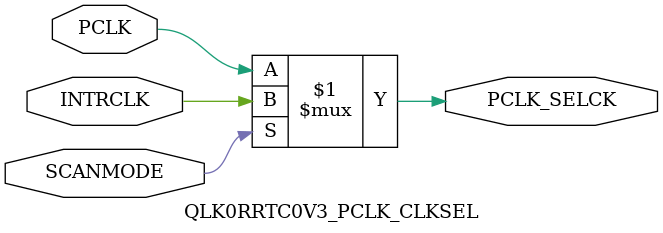
<source format=v>

module QLK0RRTC0V3	(
        SCANMODE,
        RT0LPM,
	PCLK,
	RTCRESB,
	PRESETZ,
	RTCCLK,
        INTRCLK,
	CKSEL,
	RT0TEN,
	SVMOD,

	PADDR3,
	PADDR2,
	PADDR1,
	PADDR0,
	PWDATA15,
	PWDATA14,
	PWDATA13,
	PWDATA12,
	PWDATA11,
	PWDATA10,
	PWDATA9,
	PWDATA8,
	PWDATA7,
	PWDATA6,
	PWDATA5,
	PWDATA4,
	PWDATA3,
	PWDATA2,
	PWDATA1,
	PWDATA0,
	PRDATA15,
	PRDATA14,
	PRDATA13,
	PRDATA12,
	PRDATA11,
	PRDATA10,
	PRDATA9,
	PRDATA8,
	PRDATA7,
	PRDATA6,
	PRDATA5,
	PRDATA4,
	PRDATA3,
	PRDATA2,
	PRDATA1,
	PRDATA0,
	PWRITE,
	PENABLE,
	PSEL,
	INTRTC,
	INTRTCI,
//	CLK32KHZ,
	CLK1HZ,
	RT0MON0,
	RT0MON1
	);


//--- port direction
input			SCANMODE;
input			RT0LPM;

input			PCLK;
input			PADDR3;
input			PADDR2;
input			PADDR1;
input			PADDR0;
input			PWDATA15;
input			PWDATA14;
input			PWDATA13;
input			PWDATA12;
input			PWDATA11;
input			PWDATA10;
input			PWDATA9;
input			PWDATA8;
input			PWDATA7;
input			PWDATA6;
input			PWDATA5;
input			PWDATA4;
input			PWDATA3;
input			PWDATA2;
input			PWDATA1;
input			PWDATA0;
output			PRDATA15;
output			PRDATA14;
output			PRDATA13;
output			PRDATA12;
output			PRDATA11;
output			PRDATA10;
output			PRDATA9;
output			PRDATA8;
output			PRDATA7;
output			PRDATA6;
output			PRDATA5;
output			PRDATA4;
output			PRDATA3;
output			PRDATA2;
output			PRDATA1;
output			PRDATA0;
input			PWRITE;
input			PENABLE;
input			PSEL;


input			RTCRESB;
input			PRESETZ;
input			RTCCLK;
input			INTRCLK;
input			CKSEL;
input			RT0TEN;
input			SVMOD;

output			INTRTC;
output			INTRTCI;
//output			CLK32KHZ;
output			CLK1HZ;
output			RT0MON0;
output			RT0MON1;



//--- reg, wire
wire	[15:0]	din;
wire	[15:0]	dout;

wire re_rtcc0, re_rtcc1, re_sec, re_min, re_hour,
     re_week, re_day, re_month, re_year, re_subcud, re_alarmwm, re_alarmwh, re_alarmww, re_itmc,
     we_rtcc0, we_rtcc1, we_sec, we_min, we_hour, we_week, we_day, we_month,
     we_year, we_subcud, we_alarmwm, we_alarmwh, we_alarmww, we_itmc;

//--- Module Connect
QLK0RRTC0V3_APBBI apbbi	(
	.addr({PADDR3, PADDR2, PADDR1, PADDR0}),
	.wdata({PWDATA15, PWDATA14, PWDATA13, PWDATA12,
	        PWDATA11, PWDATA10, PWDATA9 , PWDATA8 ,
	        PWDATA7 , PWDATA6 , PWDATA5 , PWDATA4 ,
	        PWDATA3 , PWDATA2 , PWDATA1 , PWDATA0}
	      ),
	.rdata({PRDATA15, PRDATA14, PRDATA13, PRDATA12,
	        PRDATA11, PRDATA10, PRDATA9 , PRDATA8 ,
	        PRDATA7 , PRDATA6 , PRDATA5 , PRDATA4 ,
	        PRDATA3 , PRDATA2 , PRDATA1 , PRDATA0 }
	      ),
	.PWRITE(PWRITE),
	.PENABLE(PENABLE),
	.PSEL(PSEL),

	.re_rtcc0(re_rtcc0),
	.re_rtcc1(re_rtcc1),
//	.re_subc(re_subc),
	.re_sec(re_sec),
	.re_min(re_min),
	.re_hour(re_hour),
	.re_week(re_week),
	.re_day(re_day),
	.re_month(re_month),
	.re_year(re_year),
	.re_subcud(re_subcud),
	.re_alarmwm(re_alarmwm),
	.re_alarmwh(re_alarmwh),
	.re_alarmww(re_alarmww),
	.re_itmc(re_itmc),
	.we_rtcc0(we_rtcc0),
	.we_rtcc1(we_rtcc1),
	.we_sec(we_sec),
	.we_min(we_min),
	.we_hour(we_hour),
	.we_week(we_week),
	.we_day(we_day),
	.we_month(we_month),
	.we_year(we_year),
	.we_subcud(we_subcud),
	.we_alarmwm(we_alarmwm),
	.we_alarmwh(we_alarmwh),
	.we_alarmww(we_alarmww),
	.we_itmc(we_itmc),

	.din(din),
	.dout(dout)
	);



QLK0RRTC0V3_MAIN main	(
	.SCANMODE(SCANMODE),
        .RT0LPM(RT0LPM),
	.PCLK(PCLK),
	.RTCRESB(RTCRESB),
	.PRESETZ(PRESETZ),
	.RTCCLK(RTCCLK),
	.INTRCLK(INTRCLK),
	.CKSEL(CKSEL),
	.RT0TEN(RT0TEN),
	.SVMOD(SVMOD),
//	.CLK32KHZ(CLK32KHZ),
	.CLK1HZ(CLK1HZ),

	.re_rtcc0(re_rtcc0),
	.re_rtcc1(re_rtcc1),
//	.re_rtcc2(re_rtcc2),
//	.re_subc(re_subc),
	.re_sec(re_sec),
	.re_min(re_min),
	.re_hour(re_hour),
	.re_week(re_week),
	.re_day(re_day),
	.re_month(re_month),
	.re_year(re_year),
	.re_subcud(re_subcud),
	.re_alarmwm(re_alarmwm),
	.re_alarmwh(re_alarmwh),
	.re_alarmww(re_alarmww),
	.re_itmc(re_itmc),
	.we_rtcc0(we_rtcc0),
	.we_rtcc1(we_rtcc1),
	.we_sec(we_sec),
	.we_min(we_min),
	.we_hour(we_hour),
	.we_week(we_week),
	.we_day(we_day),
	.we_month(we_month),
	.we_year(we_year),
	.we_subcud(we_subcud),
	.we_alarmwm(we_alarmwm),
	.we_alarmwh(we_alarmwh),
	.we_alarmww(we_alarmww),
	.we_itmc(we_itmc),

	.intr(INTRTC),
	.INTRTCI(INTRTCI),
	.din(din),
	.dout(dout),
	.RT0MON0(RT0MON0),
	.RT0MON1(RT0MON1)
	);




endmodule





module QLK0RRTC0V3_APBBI	(
	addr,
	wdata,
	rdata,
	PWRITE,
	PENABLE,
	PSEL,

	re_rtcc0,
	re_rtcc1,
//	re_subc,
	re_sec,
	re_min,
	re_hour,
	re_week,
	re_day,
	re_month,
	re_year,
	re_subcud,
	re_alarmwm,
	re_alarmwh,
	re_alarmww,
	re_itmc,
	we_rtcc0,
	we_rtcc1,
	we_sec,
	we_min,
	we_hour,
	we_week,
	we_day,
	we_month,
	we_year,
	we_subcud,
	we_alarmwm,
	we_alarmwh,
	we_alarmww,
	we_itmc,

	din,
	dout
	);


//--- port direction
input	[3:0]	addr;
input	[15:0]	wdata;
output	[15:0]	rdata;
input			PWRITE;
input			PENABLE;
input			PSEL;

output			re_rtcc0;
output			re_rtcc1;
////// output			re_subc;
output			re_sec;
output			re_min;
output			re_hour;
output			re_week;
output			re_day;
output			re_month;
output			re_year;
output			re_subcud;
output			re_alarmwm;
output			re_alarmwh;
output			re_alarmww;
output			re_itmc;
output			we_rtcc0;
output			we_rtcc1;
output			we_sec;
output			we_min;
output			we_hour;
output			we_week;
output			we_day;
output			we_month;
output			we_year;
output			we_subcud;
output			we_alarmwm;
output			we_alarmwh;
output			we_alarmww;
output			we_itmc;

output	[15:0]	din;
input	[15:0]	dout;


//--- wire
wire			sel_rtcc0;
wire			sel_rtcc1;
wire			sel_subc;
wire			sel_sec;
wire			sel_min;
wire			sel_hour;
wire			sel_week;
wire			sel_day;
wire			sel_month;
wire			sel_year;
wire			sel_subcud;
wire			sel_alarmwm;
wire			sel_alarmwh;
wire			sel_alarmww;
wire			sel_itmc;


//--- logic

//Address Decode
assign sel_rtcc0	=  PSEL & (addr == 4'hd);
assign sel_rtcc1	=  PSEL & (addr == 4'he);
////// assign sel_rtcc2	=  PSEL & (addr == 4'hf);
////// assign sel_subc		=  PSEL & (addr == 4'h0);
assign sel_sec		=  PSEL & (addr == 4'h2);
assign sel_min		=  PSEL & (addr == 4'h3);
assign sel_hour		=  PSEL & (addr == 4'h4);
assign sel_week		=  PSEL & (addr == 4'h5);
assign sel_day		=  PSEL & (addr == 4'h6);
assign sel_month	=  PSEL & (addr == 4'h7);
assign sel_year		=  PSEL & (addr == 4'h8);
assign sel_subcud	=  PSEL & (addr == 4'h9);
assign sel_alarmwm	=  PSEL & (addr == 4'ha);
assign sel_alarmwh	=  PSEL & (addr == 4'hb);
assign sel_alarmww	=  PSEL & (addr == 4'hc);
assign sel_itmc		=  PSEL & (addr == 4'h0);

//Write Enable
assign we_rtcc0		= (sel_rtcc0 && PENABLE && PWRITE);
assign we_rtcc1		= (sel_rtcc1 && PENABLE && PWRITE);
//////assign we_rtcc2		= (sel_rtcc2 && PENABLE && PWRITE);
assign we_sec		= (sel_sec	 && PENABLE && PWRITE);
assign we_min		= (sel_min	 && PENABLE && PWRITE);
assign we_hour		= (sel_hour	 && PENABLE && PWRITE);
assign we_week		= (sel_week	 && PENABLE && PWRITE);
assign we_day		= (sel_day	 && PENABLE && PWRITE);
assign we_month		= (sel_month && PENABLE && PWRITE);
assign we_year		= (sel_year	 && PENABLE && PWRITE);
assign we_subcud	= (sel_subcud && PENABLE && PWRITE);
assign we_alarmwm	= (sel_alarmwm && PENABLE && PWRITE);
assign we_alarmwh	= (sel_alarmwh && PENABLE && PWRITE);
assign we_alarmww	= (sel_alarmww && PENABLE && PWRITE);
assign we_itmc		= (sel_itmc && PENABLE && PWRITE);


//Write Enable
assign re_rtcc0		= (sel_rtcc0 && PENABLE && (!PWRITE));
assign re_rtcc1		= (sel_rtcc1 && PENABLE && (!PWRITE));
//////assign re_rtcc2		= (sel_rtcc2 && PENABLE && (!PWRITE));
//////assign re_subc		= (sel_subc	 && PENABLE && (!PWRITE));
assign re_sec		= (sel_sec	 && PENABLE && (!PWRITE));
assign re_min		= (sel_min	 && PENABLE && (!PWRITE));
assign re_hour		= (sel_hour	 && PENABLE && (!PWRITE));
assign re_week		= (sel_week	 && PENABLE && (!PWRITE));
assign re_day		= (sel_day	 && PENABLE && (!PWRITE));
assign re_month		= (sel_month && PENABLE && (!PWRITE));
assign re_year		= (sel_year	 && PENABLE && (!PWRITE));
assign re_subcud	= (sel_subcud && PENABLE && (!PWRITE));
assign re_alarmwm	= (sel_alarmwm && PENABLE && (!PWRITE));
assign re_alarmwh	= (sel_alarmwh && PENABLE && (!PWRITE));
assign re_alarmww	= (sel_alarmww && PENABLE && (!PWRITE));
assign re_itmc		= (sel_itmc && PENABLE && (!PWRITE));


//Output
assign din		= wdata;
assign rdata	= dout;

endmodule





module QLK0RRTC0V3_MAIN	(
	SCANMODE,
	RT0LPM,
	PCLK,
	RTCRESB,
	PRESETZ,
	RTCCLK,
	INTRCLK,
	CKSEL,
	RT0TEN,
	SVMOD,
//	CLK32KHZ,
	CLK1HZ,

	re_rtcc0,
	re_rtcc1,
//	re_subc,
	re_sec,
	re_min,
	re_hour,
	re_week,
	re_day,
	re_month,
	re_year,
	re_subcud,
	re_alarmwm,
	re_alarmwh,
	re_alarmww,
	re_itmc,
	we_rtcc0,
	we_rtcc1,
	we_sec,
	we_min,
	we_hour,
	we_week,
	we_day,
	we_month,
	we_year,
	we_subcud,
	we_alarmwm,
	we_alarmwh,
	we_alarmww,
	we_itmc,

	intr,
	INTRTCI,
	din,
	dout,
	RT0MON0,
	RT0MON1
	);

input			SCANMODE;
input			RT0LPM;
input			PCLK;
input			RTCRESB;
input			PRESETZ;
input			RTCCLK;
input			INTRCLK;
input			CKSEL;
input			RT0TEN;
input			SVMOD;
//output			CLK32KHZ;
output			CLK1HZ;

input			re_rtcc0;
input			re_rtcc1;
//////input			re_subc;
input			re_sec;
input			re_min;
input			re_hour;
input			re_week;
input			re_day;
input			re_month;
input			re_year;
input			re_subcud;
input			re_alarmwm;
input			re_alarmwh;
input			re_alarmww;
input			re_itmc;
input			we_rtcc0;
input			we_rtcc1;
input			we_sec;
input			we_min;
input			we_hour;
input			we_week;
input			we_day;
input			we_month;
input			we_year;
input			we_subcud;
input			we_alarmwm;
input			we_alarmwh;
input			we_alarmww;
input			we_itmc;

output			intr;
output			INTRTCI;
input	[15:0]		din;
output	[15:0]		dout;
output			RT0MON0;
output			RT0MON1;

//--- reg, wire
wire	[15:0]	subbuf;
wire	[6:0]	secbuf;
wire	[6:0]	minbuf;
wire	[5:0]	hourbuf;
wire	[2:0]	weekbuf;
wire	[5:0]	daybuf;
wire	[4:0]	monbuf;
wire	[7:0]	yearbuf;

////// wire	[15:0]	subcount;
wire	[6:0]	seccount;
wire	[6:0]	mincount;
wire	[5:0]	hourcount;
wire	[2:0]	weekcount;
wire	[5:0]	daycount;
wire	[4:0]	moncount;
wire	[7:0]	yearcount;
wire	[11:0]	ITMCMP;

wire wafg_rtc, rifg_rtc, cntwait, cnt_writing, wafg_rst, rifg_rst, rtce, 
     cloe1, ampm, ct2, ct1, ct0, wale, walie, 
     cwait, rwait, RINTE, RINTE_RTC,
//cloe2, ckdiv, ict2, ict1, ict0, 
     dev, f6, f5, f4, f3, f2, f1, f0, 
     wm40, wm20, wm10, wm8, wm4, wm2, wm1,
     wh20, wh10, wh8, wh4, wh2, wh1,
     ww6, ww5, ww4, ww3, ww2, ww1, ww0, 
     load_sec_trg, load_min_trg, load_hour_trg, load_week_trg,
     load_day_trg, load_mon_trg, load_year_trg, load_seccount,
     load_mincount, load_hourcount, load_weekcount, load_daycount,
     load_moncount, load_yearcount;
wire PCLK_SELCK;

QLK0RRTC0V3_PCLK_CLKSEL pclk_clksel
(.SCANMODE(SCANMODE), .PCLK(PCLK), .INTRCLK(INTRCLK), .PCLK_SELCK(PCLK_SELCK));

//--- Module Connect
QLK0RRTC0V3_IOREG ioreg	(
	.PCLK(PCLK_SELCK),
	.RTCRESB(RTCRESB),
	.PRESETZ(PRESETZ),

	.we_rtcc0(we_rtcc0),
	.we_rtcc1(we_rtcc1),
//	.we_rtcc2(we_rtcc2),
	.we_subcud(we_subcud),
	.we_alarmwm(we_alarmwm),
	.we_alarmwh(we_alarmwh),
	.we_alarmww(we_alarmww),
	.we_itmc(we_itmc),

	.din(din),
//////	.wafg_rtc(wafg_rtc),
//	.int_ct(int_ct),				// Ver1.20 del
//////	.rifg_rtc(rifg_rtc),			// Ver1.20 add
	.cntwait(cntwait),
	.cnt_writing(cnt_writing),		// Ver1.10 add
	.wafg_rst(wafg_rst),			// Ver1.20 add
	.rifg_rst(rifg_rst),			// Ver1.20 add

	.rtce(rtce),
	.cloe1(cloe1),
	.ampm(ampm),
	.ct2(ct2),
	.ct1(ct1),
	.ct0(ct0),
	.wale(wale),
	.walie(walie),
//////	.wafg(wafg),
//////	.rifg(rifg),
	.cwait(cwait),
	.rwait(rwait),
	.RINTE(RINTE),
	.ITMCMP(ITMCMP),
//	.cloe2(cloe2),
//	.ckdiv(ckdiv),
//	.ict2(ict2),
//	.ict1(ict1),
//	.ict0(ict0),
	.dev(dev),
	.f6(f6),
	.f5(f5),
	.f4(f4),
	.f3(f3),
	.f2(f2),
	.f1(f1),
	.f0(f0),
	.wm40(wm40),
	.wm20(wm20),
	.wm10(wm10),
	.wm8(wm8),
	.wm4(wm4),
	.wm2(wm2),
	.wm1(wm1),
	.wh20(wh20),
	.wh10(wh10),
	.wh8(wh8),
	.wh4(wh4),
	.wh2(wh2),
	.wh1(wh1),
	.ww6(ww6),
	.ww5(ww5),
	.ww4(ww4),
	.ww3(ww3),
	.ww2(ww2),
	.ww1(ww1),
	.ww0(ww0)
	);


QLK0RRTC0V3_WERDBUF werdbuf	(
	.PCLK(PCLK_SELCK),
	.RTCRESB(RTCRESB),

	.we_sec(we_sec),
	.we_min(we_min),
	.we_hour(we_hour),
	.we_week(we_week),
	.we_day(we_day),
	.we_month(we_month),
	.we_year(we_year),

	.din(din),

	.ampm(ampm),

///////////////////////////////////////////////////
// V2¤«¤éÊÑ¹¹
// ¥µ¥Ö¥«¥¦¥ó¥ÈÃÍ¤Î¥ê¡¼¥É¤òsubbuf·ÐÍ³¤ÇPCLK¤Ç¥ê¥¯¥í¥Ã¥¯¡§
// tcount.subc.subcount[15:0] ¢ª werdbuf.subbuf[15:0] ¢ª doutsel
// ¤«¤é¡¢¥ê¥¯¥í¥Ã¥¯¤Ê¤·¡§
// tcount.subc.subcount[15:0] ¢ª doutsel
// ¤ËÊÑ¹¹¡£
//
// ¢¨ »ÅÍÍ¾å¡ÖÆ°ºîÃæ¤ËÆÉ¤ß½Ð¤·¤ò¹Ô¤Ã¤¿¾ì¹çÊÝ¾Ú¤µ¤ì¤Ê¤¤¡×
// ¡¡ ¤È¤Ê¤Ã¤Æ¤ª¤ê¡¢PCLK¤Ç¥ê¥¯¥í¥Ã¥¯¤¹¤ëÉ¬Í×¤Ï¤Ê¤¤¡£
///////////////////////////////////////////////////
//	.subcount(subcount),

	.seccount(seccount),
	.mincount(mincount),
	.hourcount(hourcount),
	.weekcount(weekcount),
	.daycount(daycount),
	.moncount(moncount),
	.yearcount(yearcount),
	.load_sec_trg(load_sec_trg),
	.load_min_trg(load_min_trg),
	.load_hour_trg(load_hour_trg),
	.load_week_trg(load_week_trg),
	.load_day_trg(load_day_trg),
	.load_mon_trg(load_mon_trg),
	.load_year_trg(load_year_trg),

///////////////////////////////////////////////////
// V2¤«¤éÊÑ¹¹
// ¥µ¥Ö¥«¥¦¥ó¥ÈÃÍ¤Î¥ê¡¼¥É¤òsubbuf·ÐÍ³¤ÇPCLK¤Ç¥ê¥¯¥í¥Ã¥¯¡§
// tcount.subc.subcount[15:0] ¢ª werdbuf.subbuf[15:0] ¢ª doutsel
// ¤«¤é¡¢¥ê¥¯¥í¥Ã¥¯¤Ê¤·¡§
// tcount.subc.subcount[15:0] ¢ª doutsel
// ¤ËÊÑ¹¹¡£
//
// ¢¨ »ÅÍÍ¾å¡ÖÆ°ºîÃæ¤ËÆÉ¤ß½Ð¤·¤ò¹Ô¤Ã¤¿¾ì¹çÊÝ¾Ú¤µ¤ì¤Ê¤¤¡×
// ¡¡ ¤È¤Ê¤Ã¤Æ¤ª¤ê¡¢PCLK¤Ç¥ê¥¯¥í¥Ã¥¯¤¹¤ëÉ¬Í×¤Ï¤Ê¤¤¡£
///////////////////////////////////////////////////
//	.subbuf(subbuf),

	.secbuf(secbuf),
	.minbuf(minbuf),
	.hourbuf(hourbuf),
	.weekbuf(weekbuf),
	.daybuf(daybuf),
	.monbuf(monbuf),
	.yearbuf(yearbuf),
	.load_seccount(load_seccount),
	.load_mincount(load_mincount),
	.load_hourcount(load_hourcount),
	.load_weekcount(load_weekcount),
	.load_daycount(load_daycount),
	.load_moncount(load_moncount),
	.load_yearcount(load_yearcount),
	.cnt_writing(cnt_writing)		// Ver1.10 add
	);


QLK0RRTC0V3_CNT cnt	(
        .RT0LPM(RT0LPM),
	.RTCCLK(RTCCLK),
	.INTRCLK(INTRCLK),
	.RTCRESB(RTCRESB),
	.PRESETZ(PRESETZ),
	.CKSEL(CKSEL),
	.RT0TEN(RT0TEN),
	.SVMOD(SVMOD),
//	.CLK32KHZ(CLK32KHZ),
	.CLK1HZ(CLK1HZ),

	.rtce(rtce),
	.cloe1(cloe1),
	.ct2(ct2),
	.ct1(ct1),
	.ct0(ct0),
	.wale(wale),
	.walie(walie),
//	.wafg(wafg),			// Ver1.20 del
	.rwait(rwait),
	.RINTE(RINTE),
	.ITMCMP(ITMCMP),
//	.cloe2(cloe2),
//	.ckdiv(ckdiv),
//	.ict2(ict2),
//	.ict1(ict1),
//	.ict0(ict0),
	.dev(dev),
	.f6(f6),
	.f5(f5),
	.f4(f4),
	.f3(f3),
	.f2(f2),
	.f1(f1),
	.f0(f0),
	.wm40(wm40),
	.wm20(wm20),
	.wm10(wm10),
	.wm8(wm8),
	.wm4(wm4),
	.wm2(wm2),
	.wm1(wm1),
	.wh20(wh20),
	.wh10(wh10),
	.wh8(wh8),
	.wh4(wh4),
	.wh2(wh2),
	.wh1(wh1),
	.ww6(ww6),
	.ww5(ww5),
	.ww4(ww4),
	.ww3(ww3),
	.ww2(ww2),
	.ww1(ww1),
	.ww0(ww0),

//////	.subcount(subcount),
	.secbuf(secbuf),
	.seccount(seccount),
	.minbuf(minbuf),
	.mincount(mincount),
	.hourbuf(hourbuf),
	.hourcount(hourcount),
	.weekbuf(weekbuf),
	.weekcount(weekcount),
	.daybuf(daybuf),
	.daycount(daycount),
	.monbuf(monbuf),
	.moncount(moncount),
	.yearbuf(yearbuf),
	.yearcount(yearcount),
	.load_seccount(load_seccount),
	.load_sec_trg(load_sec_trg),
	.load_mincount(load_mincount),
	.load_min_trg(load_min_trg),
	.load_hourcount(load_hourcount),
	.load_hour_trg(load_hour_trg),
	.load_weekcount(load_weekcount),
	.load_week_trg(load_week_trg),
	.load_daycount(load_daycount),
	.load_day_trg(load_day_trg),
	.load_moncount(load_moncount),
	.load_mon_trg(load_mon_trg),
	.load_yearcount(load_yearcount),
	.load_year_trg(load_year_trg),
	.wafg_rtc(wafg_rtc),
//	.int_ct(int_ct),				// Ver1.20 del
	.rifg_rtc(rifg_rtc),			// Ver1.20 add
	.wafg_rst(wafg_rst),			// Ver1.20 add
	.rifg_rst(rifg_rst),			// Ver1.20 add

	.cntwait(cntwait),
	.intr(intr),
	.INTRTCI(INTRTCI),
	.RINTE_RTC(RINTE_RTC),
	.RT0MON0(RT0MON0),
	.RT0MON1(RT0MON1)
	);


QLK0RRTC0V3_DOUTSEL doutsel	(
	.re_rtcc0(re_rtcc0),
	.re_rtcc1(re_rtcc1),
//////	.re_rtcc2(re_rtcc2),
//////	.re_subc(re_subc),
	.re_sec(re_sec),
	.re_min(re_min),
	.re_hour(re_hour),
	.re_week(re_week),
	.re_day(re_day),
	.re_month(re_month),
	.re_year(re_year),
	.re_subcud(re_subcud),
	.re_alarmwm(re_alarmwm),
	.re_alarmwh(re_alarmwh),
	.re_alarmww(re_alarmww),
	.re_itmc(re_itmc),
	.rtce(rtce),
	.cloe1(cloe1),
	.ampm(ampm),
	.ct2(ct2),
	.ct1(ct1),
	.ct0(ct0),
	.wale(wale),
	.walie(walie),
	.wafg_rtc(wafg_rtc),
	.rifg_rtc(rifg_rtc),
	.cwait(cwait),
	.rwait(rwait),
	.RINTE_RTC(RINTE_RTC),
	.ITMCMP(ITMCMP),
//	.cloe2(cloe2),
//	.ckdiv(ckdiv),
//	.ict2(ict2),
//	.ict1(ict1),
//	.ict0(ict0),
	.dev(dev),
	.f6(f6),
	.f5(f5),
	.f4(f4),
	.f3(f3),
	.f2(f2),
	.f1(f1),
	.f0(f0),
	.wm40(wm40),
	.wm20(wm20),
	.wm10(wm10),
	.wm8(wm8),
	.wm4(wm4),
	.wm2(wm2),
	.wm1(wm1),
	.wh20(wh20),
	.wh10(wh10),
	.wh8(wh8),
	.wh4(wh4),
	.wh2(wh2),
	.wh1(wh1),
	.ww6(ww6),
	.ww5(ww5),
	.ww4(ww4),
	.ww3(ww3),
	.ww2(ww2),
	.ww1(ww1),
	.ww0(ww0),
///////////////////////////////////////////////////
// V2¤«¤éÊÑ¹¹
// ¥µ¥Ö¥«¥¦¥ó¥ÈÃÍ¤Î¥ê¡¼¥É¤òsubbuf·ÐÍ³¤ÇPCLK¤Ç¥ê¥¯¥í¥Ã¥¯¡§
// tcount.subc.subcount[15:0] ¢ª werdbuf.subbuf[15:0] ¢ª doutsel
// ¤«¤é¡¢¥ê¥¯¥í¥Ã¥¯¤Ê¤·¡§
// tcount.subc.subcount[15:0] ¢ª doutsel
// ¤ËÊÑ¹¹¡£
//
// ¢¨ »ÅÍÍ¾å¡ÖÆ°ºîÃæ¤ËÆÉ¤ß½Ð¤·¤ò¹Ô¤Ã¤¿¾ì¹çÊÝ¾Ú¤µ¤ì¤Ê¤¤¡×
// ¡¡ ¤È¤Ê¤Ã¤Æ¤ª¤ê¡¢PCLK¤Ç¥ê¥¯¥í¥Ã¥¯¤¹¤ëÉ¬Í×¤Ï¤Ê¤¤¡£
///////////////////////////////////////////////////
//	.subbuf(subbuf),
//////	.subcount(subcount),

	.secbuf(secbuf),
	.minbuf(minbuf),
	.hourbuf(hourbuf),
	.weekbuf(weekbuf),
	.daybuf(daybuf),
	.monbuf(monbuf),
	.yearbuf(yearbuf),

	.dout(dout)
	);


endmodule





module QLK0RRTC0V3_IOREG	(
	PCLK,
	RTCRESB,
	PRESETZ,

	we_rtcc0,
	we_rtcc1,
//	we_rtcc2,
	we_subcud,
	we_alarmwm,
	we_alarmwh,
	we_alarmww,
	we_itmc,
	din,

//////	wafg_rtc,
//	int_ct,				// Ver1.20 del
//////	rifg_rtc,			// Ver1.20 add
	cntwait,
	cnt_writing,		// Ver1.10 add

	wafg_rst,			// Ver1.20 add
	rifg_rst,			// Ver1.20 add

	rtce,
	cloe1,
	ampm,
	ct2,
	ct1,
	ct0,

	wale,
	walie,
//////	wafg,
//////	rifg,
	cwait,
	rwait,

	RINTE,
	ITMCMP,
//	cloe2,
//	ckdiv,
//	ict2,
//	ict1,
//	ict0,

	dev,
	f6,
	f5,
	f4,
	f3,
	f2,
	f1,
	f0,

	wm40,
	wm20,
	wm10,
	wm8,
	wm4,
	wm2,
	wm1,

	wh20,
	wh10,
	wh8,
	wh4,
	wh2,
	wh1,

	ww6,
	ww5,
	ww4,
	ww3,
	ww2,
	ww1,
	ww0

	);

//--- port direction
input			PCLK;
input			RTCRESB;
input			PRESETZ;

input			we_rtcc0;
input			we_rtcc1;
input			we_subcud;
input			we_alarmwm;
input			we_alarmwh;
input			we_alarmww;
input			we_itmc;
input	[15:0]	din;

//////input			wafg_rtc;
//input			int_ct;			// Ver1.20 del
//////input			rifg_rtc;		// Ver1.20 add
input			cntwait;
input			cnt_writing;	// Ver1.10 Add

output			wafg_rst;		// Ver1.20 add
output			rifg_rst;		// Ver1.20 add

output			rtce;
output			cloe1;
output			ampm;
output			ct2;
output			ct1;
output			ct0;

output			wale;
output			walie;
//////output			wafg;
//////output			rifg;
output			cwait;
output			rwait;

output			RINTE;
output[11:0]		ITMCMP;
//output			cloe2;
//output			ckdiv;
//output			ict2;
//output			ict1;
//output			ict0;

output			dev;
output			f6;
output			f5;
output			f4;
output			f3;
output			f2;
output			f1;
output			f0;

output			wm40;
output			wm20;
output			wm10;
output			wm8;
output			wm4;
output			wm2;
output			wm1;

output			wh20;
output			wh10;
output			wh8;
output			wh4;
output			wh2;
output			wh1;

output			ww6;
output			ww5;
output			ww4;
output			ww3;
output			ww2;
output			ww1;
output			ww0;


//--- reg, wire
reg				rtce;
reg				cloe1;
reg				ampm;
reg				ct2;
reg				ct1;
reg				ct0;

reg				wale;
reg				walie;
//reg				wafg;
//reg				rifg;
wire				wafg;
wire				rifg;
reg				cwait;
reg				rwait;

reg				RINTE;
//reg				cloe2;
//reg				ckdiv;
//reg				ict2;
//reg				ict1;
//reg				ict0;

reg				dev;
reg				f6;
reg				f5;
reg				f4;
reg				f3;
reg				f2;
reg				f1;
reg				f0;

reg				wm40;
reg				wm20;
reg				wm10;
reg				wm8;
reg				wm4;
reg				wm2;
reg				wm1;

reg				wh20;
reg				wh10;
reg				wh8;
reg				wh4;
reg				wh2;
reg				wh1;

reg				ww6;
reg				ww5;
reg				ww4;
reg				ww3;
reg				ww2;
reg				ww1;
reg				ww0;

wire	[5:0]	houral_din;
wire	[6:0]	houral_bus;

// Ver1.20 del
//reg				pre_wafg_pclk;
//reg				wafg_pclk;
//reg				wafg_pclk_1t;
//wire			wafg_pclk_pedge;
//reg				pre_int_ct_pclk;
//reg				int_ct_pclk;
//reg				int_ct_pclk_1t;
//wire			int_ct_pclk_pedge;


reg				wafg_rst;		// Ver1.20 add
reg				rifg_rst;		// Ver1.20 add
wire			w_wafg_rst;		// Ver1.20 add
wire			w_rifg_rst;		// Ver1.20 add


//--- logic

//RTCC0
always @(posedge PCLK or negedge RTCRESB) begin
	if (!RTCRESB) begin
		rtce	<= 1'b0;
		cloe1	<= 1'b0;
		ampm	<= 1'b0;
		ct2		<= 1'b0;
		ct1		<= 1'b0;
		ct0		<= 1'b0;
	end
	else if (we_rtcc0) begin
		rtce	<= din[15];
		cloe1	<= din[13];
		ampm	<= din[11];
		ct2		<= din[10];
		ct1		<= din[9];
		ct0		<= din[8];
	end
	else begin
		rtce	<= rtce;
		cloe1	<= cloe1;
		ampm	<= ampm;
		ct2		<= ct2;
		ct1		<= ct1;
		ct0		<= ct0;
	end
end


//RTCC1
always @(posedge PCLK or negedge RTCRESB) begin
	if (!RTCRESB) begin
		wale	<= 1'b0;
		walie	<= 1'b0;
		rwait	<= 1'b0;
	end
	else if (we_rtcc1) begin
		wale	<= din[7];
		walie	<= din[6];
		rwait	<= din[0];
	end
	else begin
		wale	<= wale;
		walie	<= walie;
		rwait	<= rwait;
	end
end

//wafg
// Ver1.20 del
//always @(posedge PCLK or negedge RTCRESB) begin
//	if (!RTCRESB) begin
//		pre_wafg_pclk	<= 1'b0;
//		wafg_pclk		<= 1'b0;
//		wafg_pclk_1t	<= 1'b0;
//	end
//	else begin
//		pre_wafg_pclk	<= wafg_rtc;
//		wafg_pclk		<= pre_wafg_pclk;
//		wafg_pclk_1t	<= wafg_pclk;
//	end
//end
//
//assign wafg_pclk_pedge	= (wafg_pclk && (!wafg_pclk_1t));


//////assign wafg = wafg_rtc;

/* modified by M.minami 

always @(posedge PCLK or negedge RTCRESB) begin
	if (!RTCRESB) begin
		wafg	<= 1'b0;
	end
//	else if (wafg_pclk_pedge) begin			//wafg_rtc is active	// Ver1.20 del
//		wafg	<= 1'b1;
//	end
	else if (we_rtcc1 && (!din[4])) begin	//write 1 mask
		wafg	<= 1'b0;
	end
	else if (wafg_rtc) begin				//wafg_rtc is active	// Ver1.20 add
		wafg	<= 1'b1;
	end
	else begin
		wafg	<= wafg;
	end
end
*/

//rifg
// Ver1.20 del
//always @(posedge PCLK or negedge RTCRESB) begin
//	if (!RTCRESB) begin
//		pre_int_ct_pclk	<= 1'b0;
//		int_ct_pclk		<= 1'b0;
//		int_ct_pclk_1t	<= 1'b0;
//	end
//	else begin
//		pre_int_ct_pclk	<= int_ct;
//		int_ct_pclk		<= pre_int_ct_pclk;
//		int_ct_pclk_1t	<= int_ct_pclk;
//	end
//end
//
//assign int_ct_pclk_pedge	= (int_ct_pclk && (!int_ct_pclk_1t));

//////assign rifg = rifg_rtc;

/* modified M.minami

always @(posedge PCLK or negedge RTCRESB) begin
	if (!RTCRESB) begin
		rifg	<= 1'b0;
	end
//	else if (int_ct_pclk_pedge) begin		//int_ct is active	// Ver1.20 del
//		rifg	<= 1'b1;
//	end
	else if (we_rtcc1 && (!din[3])) begin	//write 1 mask
		rifg	<= 1'b0;
	end
	else if (rifg_rtc) begin		//rifg_rtc is active	// Ver1.20 add
		rifg	<= 1'b1;
	end
	else begin
		rifg	<= rifg;
	end
end
*/

//cwait (cntwait sync PCLK)
always @(posedge PCLK or negedge RTCRESB) begin
	if (!RTCRESB) begin
		cwait	<= 1'b0;
	end
	else if (cnt_writing) begin		// Ver1.10 add
		cwait	<= cwait;
	end
	else begin
		cwait	<= cntwait;
	end
end

/*
//RTCC2
always @(posedge PCLK or negedge PRESETZ) begin
	if (!PRESETZ) begin
		rinte	<= 1'b0;
		cloe2	<= 1'b0;
		ckdiv	<= 1'b0;
		ict2	<= 1'b0;
		ict1	<= 1'b0;
		ict0	<= 1'b0;
	end
	else if (we_rtcc2) begin
		rinte	<= din[15];
		cloe2	<= din[14];
		ckdiv	<= din[13];
		ict2	<= din[10];
		ict1	<= din[9];
		ict0	<= din[8];
	end
	else begin
		rinte	<= rinte;
		cloe2	<= cloe2;
		ckdiv	<= ckdiv;
		ict2	<= ict2;
		ict1	<= ict1;
		ict0	<= ict0;
	end
end
*/


//SUBCUD
always @(posedge PCLK or negedge RTCRESB) begin
	if (!RTCRESB) begin
		dev		<= 1'b0;
		f6		<= 1'b0;
		f5		<= 1'b0;
		f4		<= 1'b0;
		f3		<= 1'b0;
		f2		<= 1'b0;
		f1		<= 1'b0;
		f0		<= 1'b0;
	end
	else if (we_subcud) begin
		dev		<= din[15];
		f6		<= din[14];
		f5		<= din[13];
		f4		<= din[12];
		f3		<= din[11];
		f2		<= din[10];
		f1		<= din[9];
		f0		<= din[8];
	end
	else begin
		dev		<= dev;
		f6		<= f6;
		f5		<= f5;
		f4		<= f4;
		f3		<= f3;
		f2		<= f2;
		f1		<= f1;
		f0		<= f0;
	end
end


//ALARMWM
always @(posedge PCLK or negedge RTCRESB) begin
	if (!RTCRESB) begin
		wm40	<= 1'b0;
		wm20	<= 1'b0;
		wm10	<= 1'b0;
		wm8		<= 1'b0;
		wm4		<= 1'b0;
		wm2		<= 1'b0;
		wm1		<= 1'b0;
	end
	else if (we_alarmwm) begin
		wm40	<= din[6];
		wm20	<= din[5];
		wm10	<= din[4];
		wm8		<= din[3];
		wm4		<= din[2];
		wm2		<= din[1];
		wm1		<= din[0];
	end
	else begin
		wm40	<= wm40;
		wm20	<= wm20;
		wm10	<= wm10;
		wm8		<= wm8;
		wm4		<= wm4;
		wm2		<= wm2;
		wm1		<= wm1;
	end
end


//hour_din
assign houral_bus	= {ampm, din[13:8]};
assign houral_din	= (houral_bus == 7'b0010010) ? 6'b000000	//12am
					: (houral_bus == 7'b0110010) ? 6'b010010	//32pm
					: (houral_bus == 7'b0100001) ? 6'b010011	//21pm
					: (houral_bus == 7'b0100010) ? 6'b010100	//22pm
					: (houral_bus == 7'b0100011) ? 6'b010101	//23pm
					: (houral_bus == 7'b0100100) ? 6'b010110	//24pm
					: (houral_bus == 7'b0100101) ? 6'b010111	//25pm
					: (houral_bus == 7'b0100110) ? 6'b011000	//26pm
					: (houral_bus == 7'b0100111) ? 6'b011001	//27pm
					: (houral_bus == 7'b0101000) ? 6'b100000	//28pm
					: (houral_bus == 7'b0101001) ? 6'b100001	//29pm
					: (houral_bus == 7'b0110000) ? 6'b100010	//30pm
					: (houral_bus == 7'b0110001) ? 6'b100011	//31pm
					: din[13:8];

//ALARMWH
always @(posedge PCLK or negedge RTCRESB) begin
	if (!RTCRESB) begin
		wh20	<= 1'b0;
		wh10	<= 1'b0;
		wh8		<= 1'b0;
		wh4		<= 1'b0;
		wh2		<= 1'b0;
		wh1		<= 1'b0;
	end
	else if (we_alarmwh) begin
		wh20	<= houral_din[5];
		wh10	<= houral_din[4];
		wh8		<= houral_din[3];
		wh4		<= houral_din[2];
		wh2		<= houral_din[1];
		wh1		<= houral_din[0];
	end
	else begin
		wh20	<= wh20;
		wh10	<= wh10;
		wh8		<= wh8;
		wh4		<= wh4;
		wh2		<= wh2;
		wh1		<= wh1;
	end
end


//ALARMWW
always @(posedge PCLK or negedge RTCRESB) begin
	if (!RTCRESB) begin
		ww6		<= 1'b0;
		ww5		<= 1'b0;
		ww4		<= 1'b0;
		ww3		<= 1'b0;
		ww2		<= 1'b0;
		ww1		<= 1'b0;
		ww0		<= 1'b0;
	end
	else if (we_alarmww) begin
		ww6		<= din[6];
		ww5		<= din[5];
		ww4		<= din[4];
		ww3		<= din[3];
		ww2		<= din[2];
		ww1		<= din[1];
		ww0		<= din[0];
	end
	else begin
		ww6		<= ww6;
		ww5		<= ww5;
		ww4		<= ww4;
		ww3		<= ww3;
		ww2		<= ww2;
		ww1		<= ww1;
		ww0		<= ww0;
	end
end

reg[11:0] ITMCMP;

always @(posedge PCLK or negedge PRESETZ) begin
  if(!PRESETZ)begin
    RINTE <= 1'b0;
    ITMCMP <= 12'hFFF;
  end
  else if(we_itmc)begin
    RINTE <= din[15];
    ITMCMP <= din[11:0];
  end
end

// Ver1.20 add --------------
assign w_wafg_rst	= we_rtcc1 & (!din[4]);
assign w_rifg_rst	= we_rtcc1 & (!din[3]);

always @(posedge PCLK or negedge RTCRESB) begin
	if (!RTCRESB) begin
		wafg_rst	<= 1'b0;
	end
	else begin
		wafg_rst	<= w_wafg_rst;
	end
end

always @(posedge PCLK or negedge RTCRESB) begin
	if (!RTCRESB) begin
		rifg_rst	<= 1'b0;
	end
	else begin
		rifg_rst	<= w_rifg_rst;
	end
end
// --------------------------

endmodule





module QLK0RRTC0V3_DOUTSEL	(
	re_rtcc0,
	re_rtcc1,
//////	re_rtcc2,
//////	re_subc,
	re_sec,
	re_min,
	re_hour,
	re_week,
	re_day,
	re_month,
	re_year,
	re_subcud,
	re_alarmwm,
	re_alarmwh,
	re_alarmww,
	re_itmc,

	rtce,
	cloe1,
	ampm,
	ct2,
	ct1,
	ct0,

	wale,
	walie,
	wafg_rtc,
	rifg_rtc,
	cwait,
	rwait,

	RINTE_RTC,
	ITMCMP,
//	cloe2,
//	ckdiv,
//	ict2,
//	ict1,
//	ict0,

	dev,
	f6,
	f5,
	f4,
	f3,
	f2,
	f1,
	f0,

	wm40,
	wm20,
	wm10,
	wm8,
	wm4,
	wm2,
	wm1,

	wh20,
	wh10,
	wh8,
	wh4,
	wh2,
	wh1,

	ww6,
	ww5,
	ww4,
	ww3,
	ww2,
	ww1,
	ww0,

///////////////////////////////////////////////////
// V2¤«¤éÊÑ¹¹
// ¥µ¥Ö¥«¥¦¥ó¥ÈÃÍ¤Î¥ê¡¼¥É¤òsubbuf·ÐÍ³¤ÇPCLK¤Ç¥ê¥¯¥í¥Ã¥¯¡§
// tcount.subc.subcount[15:0] ¢ª werdbuf.subbuf[15:0] ¢ª doutsel
// ¤«¤é¡¢¥ê¥¯¥í¥Ã¥¯¤Ê¤·¡§
// tcount.subc.subcount[15:0] ¢ª doutsel
// ¤ËÊÑ¹¹¡£
//
// ¢¨ »ÅÍÍ¾å¡ÖÆ°ºîÃæ¤ËÆÉ¤ß½Ð¤·¤ò¹Ô¤Ã¤¿¾ì¹çÊÝ¾Ú¤µ¤ì¤Ê¤¤¡×
// ¡¡ ¤È¤Ê¤Ã¤Æ¤ª¤ê¡¢PCLK¤Ç¥ê¥¯¥í¥Ã¥¯¤¹¤ëÉ¬Í×¤Ï¤Ê¤¤¡£
///////////////////////////////////////////////////
//	subbuf,
//////	subcount,

	secbuf,
	minbuf,
	hourbuf,
	weekbuf,
	daybuf,
	monbuf,
	yearbuf,

	dout
	);


//--- port direction
input			re_rtcc0;
input			re_rtcc1;
//////input			re_rtcc2;
//////input			re_subc;
input			re_sec;
input			re_min;
input			re_hour;
input			re_week;
input			re_day;
input			re_month;
input			re_year;
input			re_subcud;
input			re_alarmwm;
input			re_alarmwh;
input			re_alarmww;
input			re_itmc;

input			rtce;
input			cloe1;
input			ampm;
input			ct2;
input			ct1;
input			ct0;

input			wale;
input			walie;
input			wafg_rtc;
input			rifg_rtc;
input			cwait;
input			rwait;

input			RINTE_RTC;
input[11:0]		ITMCMP;
//input			cloe2;
//input			ckdiv;
//input			ict2;
//input			ict1;
//input			ict0;

input			dev;
input			f6;
input			f5;
input			f4;
input			f3;
input			f2;
input			f1;
input			f0;

input			wm40;
input			wm20;
input			wm10;
input			wm8;
input			wm4;
input			wm2;
input			wm1;

input			wh20;
input			wh10;
input			wh8;
input			wh4;
input			wh2;
input			wh1;

input			ww6;
input			ww5;
input			ww4;
input			ww3;
input			ww2;
input			ww1;
input			ww0;

///////////////////////////////////////////////////
// V2¤«¤éÊÑ¹¹
// ¥µ¥Ö¥«¥¦¥ó¥ÈÃÍ¤Î¥ê¡¼¥É¤òsubbuf·ÐÍ³¤ÇPCLK¤Ç¥ê¥¯¥í¥Ã¥¯¡§
// tcount.subc.subcount[15:0] ¢ª werdbuf.subbuf[15:0] ¢ª doutsel
// ¤«¤é¡¢¥ê¥¯¥í¥Ã¥¯¤Ê¤·¡§
// tcount.subc.subcount[15:0] ¢ª doutsel
// ¤ËÊÑ¹¹¡£
//
// ¢¨ »ÅÍÍ¾å¡ÖÆ°ºîÃæ¤ËÆÉ¤ß½Ð¤·¤ò¹Ô¤Ã¤¿¾ì¹çÊÝ¾Ú¤µ¤ì¤Ê¤¤¡×
// ¡¡ ¤È¤Ê¤Ã¤Æ¤ª¤ê¡¢PCLK¤Ç¥ê¥¯¥í¥Ã¥¯¤¹¤ëÉ¬Í×¤Ï¤Ê¤¤¡£
///////////////////////////////////////////////////
//input	[15:0]	subbuf;
//////input	[15:0]	subcount;

input	[6:0]	secbuf;
input	[6:0]	minbuf;
input	[5:0]	hourbuf;
input	[2:0]	weekbuf;
input	[5:0]	daybuf;
input	[4:0]	monbuf;
input	[7:0]	yearbuf;

output	[15:0]	dout;


// reg & wire
wire	[6:0]	hour_bus_o;
wire	[5:0]	output_hour;
wire	[6:0]	houral_bus_o;
wire	[5:0]	output_houral;


//--- logic

//hour output data
assign hour_bus_o	= {ampm, hourbuf};
assign output_hour	= (hour_bus_o == 7'b0000000) ? 6'b010010	//12am
					: (hour_bus_o == 7'b0010010) ? 6'b110010	//32pm
					: (hour_bus_o == 7'b0010011) ? 6'b100001	//21pm
					: (hour_bus_o == 7'b0010100) ? 6'b100010	//22pm
					: (hour_bus_o == 7'b0010101) ? 6'b100011	//23pm
					: (hour_bus_o == 7'b0010110) ? 6'b100100	//24pm
					: (hour_bus_o == 7'b0010111) ? 6'b100101	//25pm
					: (hour_bus_o == 7'b0011000) ? 6'b100110	//26pm
					: (hour_bus_o == 7'b0011001) ? 6'b100111	//27pm
					: (hour_bus_o == 7'b0100000) ? 6'b101000	//28pm
					: (hour_bus_o == 7'b0100001) ? 6'b101001	//29pm
					: (hour_bus_o == 7'b0100010) ? 6'b110000	//30pm
					: (hour_bus_o == 7'b0100011) ? 6'b110001	//31pm
					: hourbuf;

assign houral_bus_o	= {ampm, wh20, wh10, wh8, wh4, wh2, wh1};
assign output_houral	= (houral_bus_o == 7'b0000000) ? 6'b010010	//12am
					: (houral_bus_o == 7'b0010010) ? 6'b110010	//32pm
					: (houral_bus_o == 7'b0010011) ? 6'b100001	//21pm
					: (houral_bus_o == 7'b0010100) ? 6'b100010	//22pm
					: (houral_bus_o == 7'b0010101) ? 6'b100011	//23pm
					: (houral_bus_o == 7'b0010110) ? 6'b100100	//24pm
					: (houral_bus_o == 7'b0010111) ? 6'b100101	//25pm
					: (houral_bus_o == 7'b0011000) ? 6'b100110	//26pm
					: (houral_bus_o == 7'b0011001) ? 6'b100111	//27pm
					: (houral_bus_o == 7'b0100000) ? 6'b101000	//28pm
					: (houral_bus_o == 7'b0100001) ? 6'b101001	//29pm
					: (houral_bus_o == 7'b0100010) ? 6'b110000	//30pm
					: (houral_bus_o == 7'b0100011) ? 6'b110001	//31pm
					: {wh20, wh10, wh8, wh4, wh2, wh1};

//read data
////
////
wire[13:0] sel_reg = {
re_itmc,
re_alarmww,
re_alarmwh,
re_alarmwm,
re_subcud,
re_year,
re_month,
re_day,
re_week,
re_hour,
re_min,
re_sec,
re_rtcc1,
re_rtcc0
};

reg[15:0] dout;
always@(sel_reg or rtce or cloe1 or ampm or ct2 or ct1 or ct0 or wale or walie or wafg_rtc or rifg_rtc or cwait or rwait
        or secbuf or minbuf or output_hour or weekbuf or daybuf or monbuf or yearbuf
        or dev or f6 or f5 or f4 or f3 or f2 or f1 or f0
        or wm40 or wm20 or wm10 or wm8 or wm4 or wm2 or wm1
        or output_houral or  ww6 or ww5 or ww4 or ww3 or ww2 or ww1 or ww0
        or RINTE_RTC or  ITMCMP)
case ( sel_reg )
  14'b00000000000001: dout[15:0] = {rtce, 1'h0, cloe1, 1'b0, ampm, ct2, ct1, ct0, 8'h00};
  14'b00000000000010: dout[15:0] = {8'h00, wale, walie, 1'b0, wafg_rtc, rifg_rtc, 1'h0, cwait, rwait};
  14'b00000000000100: dout[15:0] = {9'h000, secbuf};
  14'b00000000001000: dout[15:0] = {1'h0, minbuf, 8'h00};
  14'b00000000010000: dout[15:0] = {10'h000, output_hour};
  14'b00000000100000: dout[15:0] = {5'h00, weekbuf, 8'h00};
  14'b00000001000000: dout[15:0] = {10'h000, daybuf};
  14'b00000010000000: dout[15:0] = {3'h0, monbuf, 8'h00};
  14'b00000100000000: dout[15:0] = {8'h00, yearbuf};
  14'b00001000000000: dout[15:0] = {dev, f6, f5, f4, f3, f2, f1, f0, 8'h00};
  14'b00010000000000: dout[15:0] = {9'h000, wm40, wm20, wm10, wm8, wm4, wm2, wm1};
  14'b00100000000000: dout[15:0] = {2'h0, output_houral, 8'h00};
  14'b01000000000000: dout[15:0] = {9'h000, ww6, ww5, ww4, ww3, ww2, ww1, ww0};
  14'b10000000000000: dout[15:0] = {RINTE_RTC, 3'b0, ITMCMP[11:0]};
  default: dout[15:0] = 16'h0000 ;
endcase

/*
assign dout	= (re_rtcc0)	? {rtce, 1'h0, cloe1, 1'b0, ampm, ct2, ct1, ct0, 8'h00}
			: (re_rtcc1)	? {8'h00, wale, walie, 1'b0, wafg, rifg, 1'h0, cwait, rwait}
//			: (re_rtcc2)	? {rinte, cloe2, ckdiv, 2'h0, ict2, ict1, ict0, 8'h00}
///////////////////////////////////////////////////
// V2¤«¤éÊÑ¹¹
// ¥µ¥Ö¥«¥¦¥ó¥ÈÃÍ¤Î¥ê¡¼¥É¤òsubbuf·ÐÍ³¤ÇPCLK¤Ç¥ê¥¯¥í¥Ã¥¯¡§
// tcount.subc.subcount[15:0] ¢ª werdbuf.subbuf[15:0] ¢ª doutsel
// ¤«¤é¡¢¥ê¥¯¥í¥Ã¥¯¤Ê¤·¡§
// tcount.subc.subcount[15:0] ¢ª doutsel
// ¤ËÊÑ¹¹¡£
//
// ¢¨ »ÅÍÍ¾å¡ÖÆ°ºîÃæ¤ËÆÉ¤ß½Ð¤·¤ò¹Ô¤Ã¤¿¾ì¹çÊÝ¾Ú¤µ¤ì¤Ê¤¤¡×
// ¡¡ ¤È¤Ê¤Ã¤Æ¤ª¤ê¡¢PCLK¤Ç¥ê¥¯¥í¥Ã¥¯¤¹¤ëÉ¬Í×¤Ï¤Ê¤¤¡£
///////////////////////////////////////////////////
//			: (re_subc)		? {subbuf}
//			: (re_subc)		? {subcount}

			: (re_sec)		? {9'h000, secbuf}
			: (re_min)		? {1'h0, minbuf, 8'h00}
			: (re_hour)		? {10'h000, output_hour}
			: (re_week)		? {5'h00, weekbuf, 8'h00}
			: (re_day)		? {10'h000, daybuf}
			: (re_month)	? {3'h0, monbuf, 8'h00}
			: (re_year)		? {8'h00, yearbuf}
			: (re_subcud)	? {dev, f6, f5, f4, f3, f2, f1, f0, 8'h00}
			: (re_alarmwm)	? {9'h000, wm40, wm20, wm10, wm8, wm4, wm2, wm1}
			: (re_alarmwh)	? {2'h0, output_houral, 8'h00}

			: (re_alarmww)	? {9'h000, ww6, ww5, ww4, ww3, ww2, ww1, ww0}
			: (re_itmc)	? {RINTE_RTC, 3'b0, ITMCMP[11:0]}
			: 16'h0000;
*/


endmodule





module QLK0RRTC0V3_WERDBUF	(
	PCLK,
	RTCRESB,

	we_sec,
	we_min,
	we_hour,
	we_week,
	we_day,
	we_month,
	we_year,

	din,

	ampm,

///////////////////////////////////////////////////
// V2¤«¤éÊÑ¹¹
// ¥µ¥Ö¥«¥¦¥ó¥ÈÃÍ¤Î¥ê¡¼¥É¤òsubbuf·ÐÍ³¤ÇPCLK¤Ç¥ê¥¯¥í¥Ã¥¯¡§
// tcount.subc.subcount[15:0] ¢ª werdbuf.subbuf[15:0] ¢ª doutsel
// ¤«¤é¡¢¥ê¥¯¥í¥Ã¥¯¤Ê¤·¡§
// tcount.subc.subcount[15:0] ¢ª doutsel
// ¤ËÊÑ¹¹¡£
//
// ¢¨ »ÅÍÍ¾å¡ÖÆ°ºîÃæ¤ËÆÉ¤ß½Ð¤·¤ò¹Ô¤Ã¤¿¾ì¹çÊÝ¾Ú¤µ¤ì¤Ê¤¤¡×
// ¡¡ ¤È¤Ê¤Ã¤Æ¤ª¤ê¡¢PCLK¤Ç¥ê¥¯¥í¥Ã¥¯¤¹¤ëÉ¬Í×¤Ï¤Ê¤¤¡£
///////////////////////////////////////////////////
//	subcount,

	seccount,
	mincount,
	hourcount,
	weekcount,
	daycount,
	moncount,
	yearcount,
	load_sec_trg,
	load_min_trg,
	load_hour_trg,
	load_week_trg,
	load_day_trg,
	load_mon_trg,
	load_year_trg,
///////////////////////////////////////////////////
// V2¤«¤éÊÑ¹¹
// ¥µ¥Ö¥«¥¦¥ó¥ÈÃÍ¤Î¥ê¡¼¥É¤òsubbuf·ÐÍ³¤ÇPCLK¤Ç¥ê¥¯¥í¥Ã¥¯¡§
// tcount.subc.subcount[15:0] ¢ª werdbuf.subbuf[15:0] ¢ª doutsel
// ¤«¤é¡¢¥ê¥¯¥í¥Ã¥¯¤Ê¤·¡§
// tcount.subc.subcount[15:0] ¢ª doutsel
// ¤ËÊÑ¹¹¡£
//
// ¢¨ »ÅÍÍ¾å¡ÖÆ°ºîÃæ¤ËÆÉ¤ß½Ð¤·¤ò¹Ô¤Ã¤¿¾ì¹çÊÝ¾Ú¤µ¤ì¤Ê¤¤¡×
// ¡¡ ¤È¤Ê¤Ã¤Æ¤ª¤ê¡¢PCLK¤Ç¥ê¥¯¥í¥Ã¥¯¤¹¤ëÉ¬Í×¤Ï¤Ê¤¤¡£
///////////////////////////////////////////////////
//	subbuf,

	secbuf,
	minbuf,
	hourbuf,
	weekbuf,
	daybuf,
	monbuf,
	yearbuf,
	load_seccount,
	load_mincount,
	load_hourcount,
	load_weekcount,
	load_daycount,
	load_moncount,
	load_yearcount,
	cnt_writing		// Ver1.10 add
	);

//--- port direction
input			PCLK;
input			RTCRESB;

input			we_sec;
input			we_min;
input			we_hour;
input			we_week;
input			we_day;
input			we_month;
input			we_year;

input	[15:0]	din;

input			ampm;

///////////////////////////////////////////////////
// V2¤«¤éÊÑ¹¹
// ¥µ¥Ö¥«¥¦¥ó¥ÈÃÍ¤Î¥ê¡¼¥É¤òsubbuf·ÐÍ³¤ÇPCLK¤Ç¥ê¥¯¥í¥Ã¥¯¡§
// tcount.subc.subcount[15:0] ¢ª werdbuf.subbuf[15:0] ¢ª doutsel
// ¤«¤é¡¢¥ê¥¯¥í¥Ã¥¯¤Ê¤·¡§
// tcount.subc.subcount[15:0] ¢ª doutsel
// ¤ËÊÑ¹¹¡£
//
// ¢¨ »ÅÍÍ¾å¡ÖÆ°ºîÃæ¤ËÆÉ¤ß½Ð¤·¤ò¹Ô¤Ã¤¿¾ì¹çÊÝ¾Ú¤µ¤ì¤Ê¤¤¡×
// ¡¡ ¤È¤Ê¤Ã¤Æ¤ª¤ê¡¢PCLK¤Ç¥ê¥¯¥í¥Ã¥¯¤¹¤ëÉ¬Í×¤Ï¤Ê¤¤¡£
///////////////////////////////////////////////////
//input	[15:0]	subcount;

input	[6:0]	seccount;
input	[6:0]	mincount;
input	[5:0]	hourcount;
input	[2:0]	weekcount;
input	[5:0]	daycount;
input	[4:0]	moncount;
input	[7:0]	yearcount;
input			load_sec_trg;
input			load_min_trg;
input			load_hour_trg;
input			load_week_trg;
input			load_day_trg;
input			load_mon_trg;
input			load_year_trg;

///////////////////////////////////////////////////
// V2¤«¤éÊÑ¹¹
// ¥µ¥Ö¥«¥¦¥ó¥ÈÃÍ¤Î¥ê¡¼¥É¤òsubbuf·ÐÍ³¤ÇPCLK¤Ç¥ê¥¯¥í¥Ã¥¯¡§
// tcount.subc.subcount[15:0] ¢ª werdbuf.subbuf[15:0] ¢ª doutsel
// ¤«¤é¡¢¥ê¥¯¥í¥Ã¥¯¤Ê¤·¡§
// tcount.subc.subcount[15:0] ¢ª doutsel
// ¤ËÊÑ¹¹¡£
//
// ¢¨ »ÅÍÍ¾å¡ÖÆ°ºîÃæ¤ËÆÉ¤ß½Ð¤·¤ò¹Ô¤Ã¤¿¾ì¹çÊÝ¾Ú¤µ¤ì¤Ê¤¤¡×
// ¡¡ ¤È¤Ê¤Ã¤Æ¤ª¤ê¡¢PCLK¤Ç¥ê¥¯¥í¥Ã¥¯¤¹¤ëÉ¬Í×¤Ï¤Ê¤¤¡£
///////////////////////////////////////////////////
//output	[15:0]	subbuf;

output	[6:0]	secbuf;
output	[6:0]	minbuf;
output	[5:0]	hourbuf;
output	[2:0]	weekbuf;
output	[5:0]	daybuf;
output	[4:0]	monbuf;
output	[7:0]	yearbuf;
output			load_seccount;
output			load_mincount;
output			load_hourcount;
output			load_weekcount;
output			load_daycount;
output			load_moncount;
output			load_yearcount;
output			cnt_writing;		// Ver1.10 add


//--- reg, wire
///////////////////////////////////////////////////
// V2¤«¤éÊÑ¹¹
// ¥µ¥Ö¥«¥¦¥ó¥ÈÃÍ¤Î¥ê¡¼¥É¤òsubbuf·ÐÍ³¤ÇPCLK¤Ç¥ê¥¯¥í¥Ã¥¯¡§
// tcount.subc.subcount[15:0] ¢ª werdbuf.subbuf[15:0] ¢ª doutsel
// ¤«¤é¡¢¥ê¥¯¥í¥Ã¥¯¤Ê¤·¡§
// tcount.subc.subcount[15:0] ¢ª doutsel
// ¤ËÊÑ¹¹¡£
//
// ¢¨ »ÅÍÍ¾å¡ÖÆ°ºîÃæ¤ËÆÉ¤ß½Ð¤·¤ò¹Ô¤Ã¤¿¾ì¹çÊÝ¾Ú¤µ¤ì¤Ê¤¤¡×
// ¡¡ ¤È¤Ê¤Ã¤Æ¤ª¤ê¡¢PCLK¤Ç¥ê¥¯¥í¥Ã¥¯¤¹¤ëÉ¬Í×¤Ï¤Ê¤¤¡£
///////////////////////////////////////////////////
//reg		[15:0]	subbuf;

reg		[6:0]	secbuf;
reg		[6:0]	minbuf;
reg		[5:0]	hourbuf;
reg		[2:0]	weekbuf;
reg		[5:0]	daybuf;
reg		[4:0]	monbuf;
reg		[7:0]	yearbuf;

wire	[5:0]	hour_din;
wire	[6:0]	hour_bus;

//reg			load_subend_pclk;
//reg			load_subcount;
reg			load_secend_pclk;
reg			load_seccount;
reg			load_minend_pclk;
reg			load_mincount;
reg			load_hourend_pclk;
reg			load_hourcount;
reg			load_weekend_pclk;
reg			load_weekcount;
reg			load_dayend_pclk;
reg			load_daycount;
reg			load_monend_pclk;
reg			load_moncount;
reg			load_yearend_pclk;
reg			load_yearcount;



//--- logic

//load_xxxend async(RTCCLK->PCLK) latch -> load_xxxend_pclk
always @(posedge PCLK or negedge RTCRESB) begin
	if (!RTCRESB) begin
		load_secend_pclk	<= 1'b0;
		load_minend_pclk	<= 1'b0;
		load_hourend_pclk	<= 1'b0;
		load_weekend_pclk	<= 1'b0;
		load_dayend_pclk	<= 1'b0;
		load_monend_pclk	<= 1'b0;
		load_yearend_pclk	<= 1'b0;
	end
	else begin
		load_secend_pclk	<= load_sec_trg;
		load_minend_pclk	<= load_min_trg;
		load_hourend_pclk	<= load_hour_trg;
		load_weekend_pclk	<= load_week_trg;
		load_dayend_pclk	<= load_day_trg;
		load_monend_pclk	<= load_mon_trg;
		load_yearend_pclk	<= load_year_trg;
	end
end

//load_xxxcount

//sec
always @(posedge PCLK or negedge RTCRESB) begin
	if (!RTCRESB) begin
		load_seccount	<= 1'b0;
	end
	else if (we_sec) begin
		load_seccount	<= 1'b1;
	end
	else if (load_secend_pclk) begin
		load_seccount	<= 1'b0;
	end
	else begin
		load_seccount	<= load_seccount;
	end
end

//min
always @(posedge PCLK or negedge RTCRESB) begin
	if (!RTCRESB) begin
		load_mincount	<= 1'b0;
	end
	else if (we_min) begin
		load_mincount	<= 1'b1;
	end
	else if (load_minend_pclk) begin
		load_mincount	<= 1'b0;
	end
	else begin
		load_mincount	<= load_mincount;
	end
end

//hour
always @(posedge PCLK or negedge RTCRESB) begin
	if (!RTCRESB) begin
		load_hourcount	<= 1'b0;
	end
	else if (we_hour) begin
		load_hourcount	<= 1'b1;
	end
	else if (load_hourend_pclk) begin
		load_hourcount	<= 1'b0;
	end
	else begin
		load_hourcount	<= load_hourcount;
	end
end

//week
always @(posedge PCLK or negedge RTCRESB) begin
	if (!RTCRESB) begin
		load_weekcount	<= 1'b0;
	end
	else if (we_week) begin
		load_weekcount	<= 1'b1;
	end
	else if (load_weekend_pclk) begin
		load_weekcount	<= 1'b0;
	end
	else begin
		load_weekcount	<= load_weekcount;
	end
end

//day
always @(posedge PCLK or negedge RTCRESB) begin
	if (!RTCRESB) begin
		load_daycount	<= 1'b0;
	end
	else if (we_day) begin
		load_daycount	<= 1'b1;
	end
	else if (load_dayend_pclk) begin
		load_daycount	<= 1'b0;
	end
	else begin
		load_daycount	<= load_daycount;
	end
end

//mon
always @(posedge PCLK or negedge RTCRESB) begin
	if (!RTCRESB) begin
		load_moncount	<= 1'b0;
	end
	else if (we_month) begin
		load_moncount	<= 1'b1;
	end
	else if (load_monend_pclk) begin
		load_moncount	<= 1'b0;
	end
	else begin
		load_moncount	<= load_moncount;
	end
end

//year
always @(posedge PCLK or negedge RTCRESB) begin
	if (!RTCRESB) begin
		load_yearcount	<= 1'b0;
	end
	else if (we_year) begin
		load_yearcount	<= 1'b1;
	end
	else if (load_yearend_pclk) begin
		load_yearcount	<= 1'b0;
	end
	else begin
		load_yearcount	<= load_yearcount;
	end
end


//buffer write
///////////////////////////////////////////////////
// V2¤«¤éÊÑ¹¹
// ¥µ¥Ö¥«¥¦¥ó¥ÈÃÍ¤Î¥ê¡¼¥É¤òsubbuf·ÐÍ³¤ÇPCLK¤Ç¥ê¥¯¥í¥Ã¥¯¡§
// tcount.subc.subcount[15:0] ¢ª werdbuf.subbuf[15:0] ¢ª doutsel
// ¤«¤é¡¢¥ê¥¯¥í¥Ã¥¯¤Ê¤·¡§
// tcount.subc.subcount[15:0] ¢ª doutsel
// ¤ËÊÑ¹¹¡£
//
// ¢¨ »ÅÍÍ¾å¡ÖÆ°ºîÃæ¤ËÆÉ¤ß½Ð¤·¤ò¹Ô¤Ã¤¿¾ì¹çÊÝ¾Ú¤µ¤ì¤Ê¤¤¡×
// ¡¡ ¤È¤Ê¤Ã¤Æ¤ª¤ê¡¢PCLK¤Ç¥ê¥¯¥í¥Ã¥¯¤¹¤ëÉ¬Í×¤Ï¤Ê¤¤¡£
///////////////////////////////////////////////////
//subbuf
//always @(posedge PCLK or negedge RTCRESB) begin
//	if (!RTCRESB) begin
//		subbuf	<= 16'h0000;
//	end
//	else if (we_sec || load_seccount || load_secend_pclk) begin	//sec write clear
//		subbuf	<= 16'h0000;
//	end
//	else begin
//		subbuf	<= subcount;
//	end
//end


//secbuf
always @(posedge PCLK or negedge RTCRESB) begin
	if (!RTCRESB) begin
		secbuf	<= 7'h00;
	end
	else if (we_sec) begin								//buf write
		secbuf	<= din[6:0];
	end
	else if (load_seccount || load_secend_pclk) begin	//buf keep until counter write
		secbuf	<= secbuf;
	end
	else begin
		secbuf	<= seccount;
	end
end


//minbuf
always @(posedge PCLK or negedge RTCRESB) begin
	if (!RTCRESB) begin
		minbuf	<= 7'h00;
	end
	else if (we_min) begin								//buf write
		minbuf	<= din[14:8];
	end
	else if (load_mincount || load_minend_pclk) begin	//buf keep until counter write
		minbuf	<= minbuf;
	end
	else begin
		minbuf	<= mincount;
	end
end


//hour_din
assign hour_bus	= {ampm, din[5:0]};
assign hour_din	= (hour_bus == 7'b0010010) ? 6'b000000	//12am
				: (hour_bus == 7'b0110010) ? 6'b010010	//32pm
				: (hour_bus == 7'b0100001) ? 6'b010011	//21pm
				: (hour_bus == 7'b0100010) ? 6'b010100	//22pm
				: (hour_bus == 7'b0100011) ? 6'b010101	//23pm
				: (hour_bus == 7'b0100100) ? 6'b010110	//24pm
				: (hour_bus == 7'b0100101) ? 6'b010111	//25pm
				: (hour_bus == 7'b0100110) ? 6'b011000	//26pm
				: (hour_bus == 7'b0100111) ? 6'b011001	//27pm
				: (hour_bus == 7'b0101000) ? 6'b100000	//28pm
				: (hour_bus == 7'b0101001) ? 6'b100001	//29pm
				: (hour_bus == 7'b0110000) ? 6'b100010	//30pm
				: (hour_bus == 7'b0110001) ? 6'b100011	//31pm
				: din[5:0];

//hourbuf
always @(posedge PCLK or negedge RTCRESB) begin
	if (!RTCRESB) begin
		hourbuf	<= 6'h00;
	end
	else if (we_hour) begin								//buf write
		hourbuf	<= hour_din[5:0];
	end
	else if (load_hourcount || load_hourend_pclk) begin	//buf keep until counter write
		hourbuf	<= hourbuf;
	end
	else begin
		hourbuf	<= hourcount;
	end
end


//weekbuf
always @(posedge PCLK or negedge RTCRESB) begin
	if (!RTCRESB) begin
		weekbuf	<= 3'h0;
	end
	else if (we_week) begin								//buf write
		weekbuf	<= din[10:8];
	end
	else if (load_weekcount || load_weekend_pclk) begin	//buf keep until counter write
		weekbuf	<= weekbuf;
	end
	else begin
		weekbuf	<= weekcount;
	end
end


//daybuf
always @(posedge PCLK or negedge RTCRESB) begin
	if (!RTCRESB) begin
		daybuf	<= 6'h01;
	end
	else if (we_day) begin								//buf write
		daybuf	<= din[5:0];
	end
	else if (load_daycount || load_dayend_pclk) begin	//buf keep until counter write
		daybuf	<= daybuf;
	end
	else begin
		daybuf	<= daycount;
	end
end


//monbuf
always @(posedge PCLK or negedge RTCRESB) begin
	if (!RTCRESB) begin
		monbuf	<= 5'h01;
	end
	else if (we_month) begin							//buf write
		monbuf	<= din[12:8];
	end
	else if (load_moncount || load_monend_pclk) begin	//buf keep until counter write
		monbuf	<= monbuf;
	end
	else begin
		monbuf	<= moncount;
	end
end


//yearbuf
always @(posedge PCLK or negedge RTCRESB) begin
	if (!RTCRESB) begin
		yearbuf	<= 8'h00;
	end
	else if (we_year) begin								//buf write
		yearbuf	<= din[7:0];
	end
	else if (load_yearcount || load_yearend_pclk) begin	//buf keep until counter write
		yearbuf	<= yearbuf;
	end
	else begin
		yearbuf	<= yearcount;
	end
end


//-------------------------------------------------------
// Ver1.10 Addition
//-------------------------------------------------------
wire	sec_writing;
wire	min_writing;
wire	hour_writing;
wire	week_writing;
wire	day_writing;
wire	mon_writing;
wire	year_writing;
wire	cnt_writing;

assign sec_writing	= load_seccount  || load_secend_pclk ;
assign min_writing	= load_mincount  || load_minend_pclk ;
assign hour_writing	= load_hourcount || load_hourend_pclk ;
assign week_writing	= load_weekcount || load_weekend_pclk ;
assign day_writing	= load_daycount  || load_dayend_pclk ;
assign mon_writing	= load_moncount  || load_monend_pclk ;
assign year_writing	= load_yearcount || load_yearend_pclk ;

assign cnt_writing	=  sec_writing || min_writing || hour_writing || week_writing ||
			   day_writing || mon_writing || year_writing ;


endmodule





module QLK0RRTC0V3_CNT	(
	RT0LPM,
	RTCCLK,
	INTRCLK,
	RTCRESB,
	PRESETZ,
        CKSEL,
	RT0TEN,
	SVMOD,
//	CLK32KHZ,
	CLK1HZ,

	rtce,
	cloe1,
	ct2,
	ct1,
	ct0,
	wale,
	walie,
//	wafg,			// Ver1.20 del
	rwait,
	RINTE,
	ITMCMP,
//	cloe2,
//	ckdiv,
//	ict2,
//	ict1,
//	ict0,
	dev,
	f6,
	f5,
	f4,
	f3,
	f2,
	f1,
	f0,
	wm40,
	wm20,
	wm10,
	wm8,
	wm4,
	wm2,
	wm1,
	wh20,
	wh10,
	wh8,
	wh4,
	wh2,
	wh1,
	ww6,
	ww5,
	ww4,
	ww3,
	ww2,
	ww1,
	ww0,

//////	subcount,
	secbuf,
	seccount,
	minbuf,
	mincount,
	hourbuf,
	hourcount,
	weekbuf,
	weekcount,
	daybuf,
	daycount,
	monbuf,
	moncount,
	yearbuf,
	yearcount,
	load_seccount,
	load_sec_trg,
	load_mincount,
	load_min_trg,
	load_hourcount,
	load_hour_trg,
	load_weekcount,
	load_week_trg,
	load_daycount,
	load_day_trg,
	load_moncount,
	load_mon_trg,
	load_yearcount,
	load_year_trg,
	wafg_rtc,
//	int_ct,					// Ver1.20 del
	rifg_rtc,				// Ver1.20 add
	wafg_rst,				// Ver1.20 add
	rifg_rst,				// Ver1.20 add
	cntwait,
	intr,
	INTRTCI,
	RINTE_RTC,
	RT0MON0,
	RT0MON1
	);


//--- port direction
input			RT0LPM;
input			RTCCLK;
input			INTRCLK;
input			RTCRESB;
input			PRESETZ;
input			CKSEL;
input			RT0TEN;
input			SVMOD;
//output			CLK32KHZ;
output			CLK1HZ;

input			rtce;
input			cloe1;
input			ct2;
input			ct1;
input			ct0;
input			wale;
input			walie;
//input			wafg;			// Ver1.20 del
input			rwait;
input			RINTE;
input[11:0]		ITMCMP;
//input			cloe2;
//input			ckdiv;
//input			ict2;
//input			ict1;
//input			ict0;
input			dev;
input			f6;
input			f5;
input			f4;
input			f3;
input			f2;
input			f1;
input			f0;
input			wm40;
input			wm20;
input			wm10;
input			wm8;
input			wm4;
input			wm2;
input			wm1;
input			wh20;
input			wh10;
input			wh8;
input			wh4;
input			wh2;
input			wh1;
input			ww6;
input			ww5;
input			ww4;
input			ww3;
input			ww2;
input			ww1;
input			ww0;

//////output	[15:0]	subcount;
input	[6:0]	secbuf;
output	[6:0]	seccount;
input	[6:0]	minbuf;
output	[6:0]	mincount;
input	[5:0]	hourbuf;
output	[5:0]	hourcount;
input	[2:0]	weekbuf;
output	[2:0]	weekcount;
input	[5:0]	daybuf;
output	[5:0]	daycount;
input	[4:0]	monbuf;
output	[4:0]	moncount;
input	[7:0]	yearbuf;
output	[7:0]	yearcount;
input			load_seccount;
output			load_sec_trg;
input			load_mincount;
output			load_min_trg;
input			load_hourcount;
output			load_hour_trg;
input			load_weekcount;
output			load_week_trg;
input			load_daycount;
output			load_day_trg;
input			load_moncount;
output			load_mon_trg;
input			load_yearcount;
output			load_year_trg;
output			wafg_rtc;
//output			int_ct;				// Ver1.20 del
output			rifg_rtc;				// Ver1.20 add
input			wafg_rst;				// Ver1.20 add
input			rifg_rst;				// Ver1.20 add
output			cntwait;
output			intr;
output			INTRTCI;
output			RINTE_RTC;
output			RT0MON0;
output			RT0MON1;

wire svmod_rtc, rtce_rtc,
     seceq00, secdev0en, subtop, sub500ms,
     clken_sec, clken_min, clken_hour, clken_week,
     clken_day, clken_mon, clken_year, clken_all_cnt,
     seceq59, hour_cu, day_cu, leapyear, mon_cu, year_cu, pulse1hz;

wire RTC_SELCK;
wire RT0LPM_RTCCLK_B;

QLK0RRTC0V3_CLKSEL clksel (.CKSEL(CKSEL), .RTCCLK(RTCCLK), .INTRCLK(INTRCLK), .RTC_SELCK(RTC_SELCK));

QLK0RRTC0V3_SYNC_RT0LPM sync_rt0tlpm(.RTC_SELCK(RTC_SELCK), .RTCRESB(RTCRESB), .RT0LPM(RT0LPM),
                                      .RT0LPM_RTCCLK_B(RT0LPM_RTCCLK_B));

QLK0RRTC0V3_SUBC subc	(
	.RT0TEN(RT0TEN),
        .RT0LPM_RTCCLK_B(RT0LPM_RTCCLK_B),
	.yearcount(yearcount),
	.mincount(mincount),
	.RTC_SELCK(RTC_SELCK),
	.RTCRESB(RTCRESB),

	.svmod_rtc(svmod_rtc),
	.load_sec_trg(load_sec_trg),
	.rtce_rtc(rtce_rtc),
	.cloe1(cloe1),
	.dev(dev),
	.f6(f6),
	.f5(f5),
	.f4(f4),
	.f3(f3),
	.f2(f2),
	.f1(f1),
	.f0(f0),
	.seceq00(seceq00),
	.secdev0en(secdev0en),
//////	.subcount(subcount),
	.subtop(subtop),
	.sub500ms(sub500ms),
	.CLK1HZ(CLK1HZ),
	.RT0MON0(RT0MON0),
	.pulse1hz(pulse1hz)
	);



QLK0RRTC0V3_CNTCLKGE cntclkge	(
	.RT0LPM_RTCCLK_B(RT0LPM_RTCCLK_B),
	.RTC_SELCK(RTC_SELCK),
	.RTCRESB(RTCRESB),
	.SVMOD(SVMOD),
	.load_seccount(load_seccount),
	.load_mincount(load_mincount),
	.load_hourcount(load_hourcount),
	.load_weekcount(load_weekcount),
	.load_daycount(load_daycount),
	.load_moncount(load_moncount),
	.load_yearcount(load_yearcount),
	.rtce(rtce),
	.rwait(rwait),
	.subtop(subtop),

	.svmod_rtc(svmod_rtc),
	.cntwait(cntwait),
	.rtce_rtc(rtce_rtc),
	.load_sec_trg(load_sec_trg),
	.load_min_trg(load_min_trg),
	.load_hour_trg(load_hour_trg),
	.load_week_trg(load_week_trg),
	.load_day_trg(load_day_trg),
	.load_mon_trg(load_mon_trg),
	.load_year_trg(load_year_trg),
	.clken_sec(clken_sec),
	.clken_min(clken_min),
	.clken_hour(clken_hour),
	.clken_week(clken_week),
	.clken_day(clken_day),
	.clken_mon(clken_mon),
	.clken_year(clken_year),
	.clken_all_cnt(clken_all_cnt)
	);



QLK0RRTC0V3_SECC secc	(
	.RTC_SELCK(RTC_SELCK),
	.RTCRESB(RTCRESB),
	.clken_sec(clken_sec),

	.load_sec_trg(load_sec_trg),
	.secbuf(secbuf),
	.clken_all_cnt(clken_all_cnt),

	.seceq59(seceq59),
	.seceq00(seceq00),
	.secdev0en(secdev0en),
	.seccount(seccount)
	);



QLK0RRTC0V3_MINC minc	(
	.RTC_SELCK(RTC_SELCK),
	.RTCRESB(RTCRESB),
	.clken_min(clken_min),

	.load_min_trg(load_min_trg),
	.minbuf(minbuf),
	.clken_all_cnt(clken_all_cnt),
	.seceq59(seceq59),
	.hour_cu(hour_cu),
	.mincount(mincount)
	);



QLK0RRTC0V3_HOURC hourc	(
	.RTC_SELCK(RTC_SELCK),
	.RTCRESB(RTCRESB),
	.clken_hour(clken_hour),

	.load_hour_trg(load_hour_trg),
	.hourbuf(hourbuf),
	.clken_all_cnt(clken_all_cnt),

	.hour_cu(hour_cu),
	.day_cu(day_cu),
	.hourcount(hourcount)
	);



QLK0RRTC0V3_WEEKC weekc	(
	.RTC_SELCK(RTC_SELCK),
	.RTCRESB(RTCRESB),
	.clken_week(clken_week),

	.load_week_trg(load_week_trg),
	.weekbuf(weekbuf),
        .clken_all_cnt(clken_all_cnt),
	.day_cu(day_cu),
	.weekcount(weekcount)
	);



QLK0RRTC0V3_DAYC dayc	(
	.RTC_SELCK(RTC_SELCK),
	.RTCRESB(RTCRESB),
	.clken_day(clken_day),

	.load_day_trg(load_day_trg),
	.daybuf(daybuf),
	.day_cu(day_cu),
	.moncount(moncount),
	.leapyear(leapyear),
        .clken_all_cnt(clken_all_cnt),
	.mon_cu(mon_cu),
	.daycount(daycount)
	);



QLK0RRTC0V3_MONC monc	(
	.RTC_SELCK(RTC_SELCK),
	.RTCRESB(RTCRESB),
	.clken_mon(clken_mon),

	.load_mon_trg(load_mon_trg),
	.monbuf(monbuf),
        .clken_all_cnt(clken_all_cnt),
	.mon_cu(mon_cu),
	.year_cu(year_cu),
	.moncount(moncount)
	);



QLK0RRTC0V3_YEARC yearc	(
	.RTC_SELCK(RTC_SELCK),
	.RTCRESB(RTCRESB),
	.clken_year(clken_year),

	.load_year_trg(load_year_trg),
	.yearbuf(yearbuf),
	.year_cu(year_cu),
        .clken_all_cnt(clken_all_cnt),
	.leapyear(leapyear),
	.yearcount(yearcount)
	);


QLK0RRTC0V3_INTVLCOUNNT intvlc(
.RT0TEN(RT0TEN), .RTC_SELCK(RTC_SELCK), .PRESETZ(PRESETZ), .svmod_rtc(svmod_rtc),
.RT0LPM_RTCCLK_B(RT0LPM_RTCCLK_B), .ITMCMP(ITMCMP),
.hourcount(hourcount), .daycount(daycount), .RINTE(RINTE), .RINTE_RTC(RINTE_RTC), .INTRTCI(INTRTCI), .RT0TMON1(RT0MON1));


/*
QLK0RRTC0V3_INTVLCOUNNT intvlc(
	.RTCRESB(RTCRESB),
	.PRESETZ(PRESETZ),
	.RT0TEN(RT0TEN),

	.svmod_rtc(svmod_rtc),
	.rinte(rinte),
	.cloe2(cloe2),
	.cloe0(cloe0),
	.ckdiv(ckdiv),
	.CLK32KHZ(CLK32KHZ),
	.CKDIVO(CKDIVO),
	.intvl_en(intvl_en),

	.int_1_95ms(int_1_95ms),
	.int_3_91ms(int_3_91ms),
	.int_7_81ms(int_7_81ms),
	.int_15_6ms(int_15_6ms),
	.int_31ms(int_31ms),
	.int_62ms(int_62ms),
	.int_125ms(int_125ms)
	);

*/

//QLK0RRTC0V3_INT int	(
QLK0RRTC0V3_INT intctrtc	(	// V2¤ÇÊÑ¹¹(VCS¥¨¥é¡¼ÂÐºö)
	.RTC_SELCK(RTC_SELCK),
	.RTCRESB(RTCRESB),
	.RT0TEN(RT0TEN),	// Ver1.20 add
	.INTRCLK(INTRCLK),		// Ver1.20 add

	.svmod_rtc(svmod_rtc),
	.rtce_rtc(rtce_rtc),
//	.intvl_en(intvl_en),
	.ct2(ct2),
	.ct1(ct1),
	.ct0(ct0),
	.wale(wale),
	.walie(walie),
//	.wafg(wafg),			// Ver1.20 del
//	.rinte(rinte),
//	.ict2(ict2),
//	.ict1(ict1),
//	.ict0(ict0),
	.wm40(wm40),
	.wm20(wm20),
	.wm10(wm10),
	.wm8(wm8),
	.wm4(wm4),
	.wm2(wm2),
	.wm1(wm1),
	.wh20(wh20),
	.wh10(wh10),
	.wh8(wh8),
	.wh4(wh4),
	.wh2(wh2),
	.wh1(wh1),
	.ww6(ww6),
	.ww5(ww5),
	.ww4(ww4),
	.ww3(ww3),
	.ww2(ww2),
	.ww1(ww1),
	.ww0(ww0),

	.seceq00(seceq00),
	.mincount(mincount),
	.hourcount(hourcount),
	.weekcount(weekcount),
	.sub500ms(sub500ms),
	.subtop(subtop),
	.seceq59(seceq59),
	.hour_cu(hour_cu),
	.day_cu(day_cu),
	.mon_cu(mon_cu),

//	.int_1_95ms(int_1_95ms),
//	.int_3_91ms(int_3_91ms),
//	.int_7_81ms(int_7_81ms),
//	.int_15_6ms(int_15_6ms),
//	.int_31ms(int_31ms),
//	.int_62ms(int_62ms),
//	.int_125ms(int_125ms),

//	.CLK32KHZ(CLK32KHZ),
	.wafg_rtc(wafg_rtc),
	.rifg_rtc(rifg_rtc),		// Ver1.20 add
	.wafg_rst(wafg_rst),		// Ver1.20 add
	.rifg_rst(rifg_rst),		// Ver1.20 add
//	.int_ct(int_ct),			// Ver1.20 del
	.intr(intr),
//	.intr2(intr2),
	.pulse1hz(pulse1hz)
	);

endmodule





module QLK0RRTC0V3_CNTCLKGE	(
	RT0LPM_RTCCLK_B,
	RTC_SELCK,
	RTCRESB,
	SVMOD,

	load_seccount,
	load_mincount,
	load_hourcount,
	load_weekcount,
	load_daycount,
	load_moncount,
	load_yearcount,
	rtce,
	rwait,
	subtop,

	svmod_rtc,
	cntwait,
	rtce_rtc,
	load_sec_trg,
	load_min_trg,
	load_hour_trg,
	load_week_trg,
	load_day_trg,
	load_mon_trg,
	load_year_trg,
	clken_sec,
	clken_min,
	clken_hour,
	clken_week,
	clken_day,
	clken_mon,
	clken_year,
	clken_all_cnt
	);

//--- port direction
input			RT0LPM_RTCCLK_B;
input			RTC_SELCK;
input			RTCRESB;
input			SVMOD;

input			load_seccount;
input			load_mincount;
input			load_hourcount;
input			load_weekcount;
input			load_daycount;
input			load_moncount;
input			load_yearcount;
input			rtce;
input			rwait;
input			subtop;

output			svmod_rtc;
output			cntwait;
output			rtce_rtc;
output			load_sec_trg;
output			load_min_trg;
output			load_hour_trg;
output			load_week_trg;
output			load_day_trg;
output			load_mon_trg;
output			load_year_trg;
output			clken_sec;
output			clken_min;
output			clken_hour;
output			clken_week;
output			clken_day;
output			clken_mon;
output			clken_year;
output			clken_all_cnt;


//--- reg, wire
wire			clken_sec;
wire			clken_min;
wire			clken_hour;
wire			clken_week;
wire			clken_day;
wire			clken_mon;
wire			clken_year;
wire			subtop_trg;
reg				load_sec_trg;
reg				load_min_trg;
reg				load_hour_trg;
reg				load_week_trg;
reg				load_day_trg;
reg				load_mon_trg;
reg				load_year_trg;
wire			carry_trg_pre;		// add Ver1.30
wire			carry_trg;
reg				subtop_wait;
wire			subtop_wait_trg;
reg				cntwait;
reg				rtce_rtc;
reg				svmod_rtc;


//--- logic

//rwait sync RTCCLK -> cntwait

wire wd_cntwait;

always @(posedge RTC_SELCK or negedge RTCRESB) begin
  if(!RTCRESB)begin
    cntwait <= 1'b0;
  end
  else if (RT0LPM_RTCCLK_B) begin
    cntwait <= wd_cntwait;
  end
end

/*
always @(posedge RTC_SELCK or negedge RTCRESB) begin
  if(!RTCRESB)begin
    cntwait <= 1'b0;
  end
  else if (rtce_rtc && (!svmod_rtc)) begin
    cntwait <= rwait;
  end
end
*/

//rtce sync RTCCLK -> rtce_rtc
always @(posedge RTC_SELCK or negedge RTCRESB) begin
	if (!RTCRESB) begin
		rtce_rtc	<= 1'b0;
	end
	else if(RT0LPM_RTCCLK_B)begin
		rtce_rtc	<= rtce;
	end
end



wire wd_load_sec_trg, wd_load_min_trg, wd_load_hour_trg, wd_load_week_trg, 
     wd_load_day_trg, wd_load_mon_trg, wd_load_year_trg, wd_subtop_wait;

QLK0RRTC0V3_CNTCLKGE_SUB cntclkge_sub(
	.svmod_rtc(svmod_rtc),
	.rtce_rtc(rtce_rtc),
	.rwait(rwait),
	.wd_cntwait(wd_cntwait),
	.cntwait(cntwait),
	.subtop(subtop),
	.subtop_wait(subtop_wait),
	.load_seccount(load_seccount),
	.load_mincount(load_mincount),
	.load_hourcount(load_hourcount),
	.load_weekcount(load_weekcount),
	.load_daycount(load_daycount),
	.load_moncount(load_moncount),
	.load_yearcount(load_yearcount),
	.load_sec_trg(load_sec_trg),
	.load_min_trg(load_min_trg),
	.load_hour_trg(load_hour_trg),
	.load_week_trg(load_week_trg),
	.load_day_trg(load_day_trg),
	.load_mon_trg(load_mon_trg),
	.load_year_trg(load_year_trg),
	.wd_load_sec_trg(wd_load_sec_trg),
	.wd_load_min_trg(wd_load_min_trg),
	.wd_load_hour_trg(wd_load_hour_trg),
	.wd_load_week_trg(wd_load_week_trg),
	.wd_load_day_trg(wd_load_day_trg),
	.wd_load_mon_trg(wd_load_mon_trg),
	.wd_load_year_trg(wd_load_year_trg),
	.wd_subtop_wait(wd_subtop_wait)
);

//for xxxbuf write clock enable

/////////////////////// wire wd_load_sec_trg = (rtce_rtc && (!svmod_rtc)) ? load_seccount : load_sec_trg;

always @(posedge RTC_SELCK or negedge RTCRESB) begin
  if (!RTCRESB) begin
    load_sec_trg  <= 1'b0;
  end
  else if(RT0LPM_RTCCLK_B)begin
    load_sec_trg <= wd_load_sec_trg;
  end
end


/////////////////////// wire wd_load_min_trg = (rtce_rtc && (!svmod_rtc)) ? load_mincount : load_min_trg;

always @(posedge RTC_SELCK or negedge RTCRESB) begin
	if (!RTCRESB) begin
		load_min_trg	<= 1'b0;
	end
	else if(RT0LPM_RTCCLK_B)begin
		load_min_trg	<= wd_load_min_trg;
	end
end

/////////////////////// wire wd_load_hour_trg = (rtce_rtc && (!svmod_rtc)) ? load_hourcount : load_hour_trg;

always @(posedge RTC_SELCK or negedge RTCRESB) begin
	if (!RTCRESB) begin
		load_hour_trg	<= 1'b0;
	end
	else if(RT0LPM_RTCCLK_B)begin
		load_hour_trg	<= wd_load_hour_trg;
	end
end


/////////////////////// wire wd_load_week_trg = (rtce_rtc && (!svmod_rtc)) ? load_weekcount : load_week_trg;

always @(posedge RTC_SELCK or negedge RTCRESB) begin
	if (!RTCRESB) begin
		load_week_trg	<= 1'b0;
	end
	else if(RT0LPM_RTCCLK_B)begin
		load_week_trg	<= wd_load_week_trg;
	end
end


/////////////////////// wire wd_load_day_trg = (rtce_rtc && (!svmod_rtc)) ? load_daycount : load_day_trg;

always @(posedge RTC_SELCK or negedge RTCRESB) begin
	if (!RTCRESB) begin
		load_day_trg	<= 1'b0;
	end
	else if(RT0LPM_RTCCLK_B)begin
		load_day_trg	<= wd_load_day_trg;
	end
end

/////////////////////// wire wd_load_mon_trg = (rtce_rtc && (!svmod_rtc)) ? load_moncount : load_mon_trg;

always @(posedge RTC_SELCK or negedge RTCRESB) begin
	if (!RTCRESB) begin
		load_mon_trg	<= 1'b0;
	end
	else if(RT0LPM_RTCCLK_B)begin
		load_mon_trg	<= wd_load_mon_trg;
	end
end


/////////////////////// wire wd_load_year_trg = (rtce_rtc && (!svmod_rtc)) ? load_yearcount : load_year_trg;

always @(posedge RTC_SELCK or negedge RTCRESB) begin
	if (!RTCRESB) begin
		load_year_trg	<= 1'b0;
	end
	else if(RT0LPM_RTCCLK_B)begin
	if (rtce_rtc && (!svmod_rtc)) begin
		load_year_trg	<= wd_load_year_trg;
	end
	end
end


//wait subtop
always @(posedge RTC_SELCK or negedge RTCRESB) begin
	if (!RTCRESB) begin
		subtop_wait	<= 1'b0;
	end
	else if(RT0LPM_RTCCLK_B)begin
		subtop_wait	<= wd_subtop_wait;
	end

/*
	else if(RT0LPM_RTCCLK_B)begin
	if (rtce_rtc && (!svmod_rtc)) begin
		if (!cntwait) begin					//not wait
			subtop_wait	<= 1'b0;
		end
		//else if (load_seccount) begin		//secc write
		else if (load_sec_trg) begin		//mod Ver1.30
			subtop_wait	<= 1'b0;
		end
		else if (subtop) begin				//subtop in wait
			subtop_wait	<= 1'b1;
		end
		else begin
			subtop_wait	<= subtop_wait;
		end
	end
	end
*/
end

//for subtop clock enable
assign subtop_trg		= ((!cntwait) && (subtop));
assign subtop_wait_trg	= ((!cntwait) && (subtop_wait));

//for carry clock enable
//assign carry_trg	= (subtop_trg || subtop_wait_trg);
assign carry_trg_pre	= (subtop_trg || subtop_wait_trg);	// mod Ver1.30
assign carry_trg	= carry_trg_pre & rtce_rtc;		// add Ver1.30

//clock enable (write or subcarry or rtce reset)
assign clken_sec	= ((load_sec_trg  || carry_trg) && (!svmod_rtc));
assign clken_min	= ((load_min_trg  || carry_trg) && (!svmod_rtc));
assign clken_hour	= ((load_hour_trg || carry_trg) && (!svmod_rtc));
assign clken_week	= ((load_week_trg || carry_trg) && (!svmod_rtc));
assign clken_day	= ((load_day_trg  || carry_trg) && (!svmod_rtc));
assign clken_mon	= ((load_mon_trg  || carry_trg) && (!svmod_rtc));
assign clken_year	= ((load_year_trg || carry_trg) && (!svmod_rtc));
assign clken_all_cnt	= clken_sec | clken_min | clken_hour | clken_week | 
                          clken_day | clken_mon | clken_year;

//SVMOD sync RTCCLK -> svmod_rtc
always @(posedge RTC_SELCK or negedge RTCRESB) begin
	if (!RTCRESB) begin
		svmod_rtc	<= 1'b0;
	end
	else if(RT0LPM_RTCCLK_B)begin
		svmod_rtc	<= SVMOD;
	end
end


endmodule

module QLK0RRTC0V3_CNTCLKGE_SUB(
rtce_rtc, svmod_rtc,
wd_cntwait, rwait, cntwait, subtop, subtop_wait,
load_seccount, load_mincount, load_hourcount, load_weekcount,
load_daycount, load_moncount, load_yearcount,
load_sec_trg, load_min_trg, load_hour_trg, load_week_trg,
load_day_trg, load_mon_trg, load_year_trg,
wd_load_sec_trg, wd_load_min_trg, wd_load_hour_trg, wd_load_week_trg, 
wd_load_day_trg, wd_load_mon_trg, wd_load_year_trg,
wd_subtop_wait);

input rtce_rtc, svmod_rtc;
input rwait, cntwait, subtop, subtop_wait;
input load_seccount, load_mincount, load_hourcount, load_weekcount,
      load_daycount, load_moncount, load_yearcount;

input load_sec_trg, load_min_trg, load_hour_trg, load_week_trg,
      load_day_trg, load_mon_trg, load_year_trg;

output wd_cntwait;
output wd_load_sec_trg, wd_load_min_trg, wd_load_hour_trg, wd_load_week_trg, 
       wd_load_day_trg, wd_load_mon_trg, wd_load_year_trg;
output wd_subtop_wait;

wire wd_cntwait = (rtce_rtc && (!svmod_rtc)) ? rwait : cntwait;
wire wd_load_sec_trg = (rtce_rtc && (!svmod_rtc)) ? load_seccount : load_sec_trg;
wire wd_load_min_trg = (rtce_rtc && (!svmod_rtc)) ? load_mincount : load_min_trg;
wire wd_load_hour_trg = (rtce_rtc && (!svmod_rtc)) ? load_hourcount : load_hour_trg;
wire wd_load_week_trg = (rtce_rtc && (!svmod_rtc)) ? load_weekcount : load_week_trg;
wire wd_load_day_trg = (rtce_rtc && (!svmod_rtc)) ? load_daycount : load_day_trg;
wire wd_load_mon_trg = (rtce_rtc && (!svmod_rtc)) ? load_moncount : load_mon_trg;
wire wd_load_year_trg = (rtce_rtc && (!svmod_rtc)) ? load_yearcount : load_year_trg;

reg wd_subtop_wait;

always@(rtce_rtc or svmod_rtc or cntwait or load_sec_trg or subtop or subtop_wait)begin
	if (rtce_rtc && (!svmod_rtc)) begin
		if (!cntwait) begin					//not wait
			wd_subtop_wait	= 1'b0;
		end
		//else if (load_seccount) begin		//secc write
		else if (load_sec_trg) begin		//mod Ver1.30
			wd_subtop_wait	= 1'b0;
		end
		else if (subtop) begin				//subtop in wait
			wd_subtop_wait	= 1'b1;
		end
		else begin
			wd_subtop_wait	= subtop_wait;
		end
	end
	else begin
			wd_subtop_wait	= subtop_wait;
        end
end

endmodule


module QLK0RRTC0V3_SUBC	(
	RT0TEN, RT0LPM_RTCCLK_B, yearcount, mincount,
	RTC_SELCK,
	RTCRESB,

	svmod_rtc,
	load_sec_trg,

	rtce_rtc,
	cloe1,
	dev,
	f6,
	f5,
	f4,
	f3,
	f2,
	f1,
	f0,

	seceq00,
	secdev0en,

//////	subcount,
	subtop,

	sub500ms,
	CLK1HZ,
	RT0MON0,
	pulse1hz
	);

//--- port direction
input			RT0TEN;
input			RT0LPM_RTCCLK_B;
input[7:0] 		yearcount;
input[6:0] 		mincount;
input			RTC_SELCK;
input			RTCRESB;

input			svmod_rtc;
input			load_sec_trg;

input			rtce_rtc;
input			cloe1;
input			dev;
input			f6;
input			f5;
input			f4;
input			f3;
input			f2;
input			f1;
input			f0;

input			seceq00;
input			secdev0en;

//////output	[15:0]	subcount;
output			subtop;

output			sub500ms;
output			CLK1HZ;
output			RT0MON0;
output			pulse1hz;

//--- reg, wire
//////wire	[15:0]	subcount;
wire			subtop;
wire				pulse1hz;

wire			subeq;
wire			subcnt_rst ;
//////wire			adjusten;
wire			adjust00;
wire	[14:0]	sub_add_sel;
wire	[14:0]	sub_add_sel0;
wire	[14:0]	sub_add_sel1;
//////wire	[14:0]	sub_sel;
wire	[6:0]	subcount_lo;
wire	[7:0]	subcount_hi;
wire			rtcdev, rtcf6, rtcf5, rtcf4, rtcf3, rtcf2, rtcf1, rtcf0;
wire		[14:0]	pre_subcount;
wire			sub500ms;
wire			CLK1HZ;
wire	[15:0]	adjust_1st_count;
wire	[15:0]	adjust_2nd_count;
wire	[15:0]	adjust_count;
////// reg				cloe1_rtc_n;



//--- logic

//////////////2-1hz pulse////////////////////////////////////////
/*
always @(posedge RTC_SELCK or negedge RTCRESB) begin
	if (!RTCRESB) begin
		pulse1hz <= 1'b0 ;
	end
	else if (rtce_rtc && (!svmod_rtc)) begin
		if (load_sec_trg) begin			//when write sec count
			pulse1hz <= 1'b0 ;
		end
		else if (subeq) begin
			pulse1hz <= !pulse1hz ;
		end
	end
end
*/

assign rtcdev	= dev;
assign rtcf6	= f6;
assign rtcf5	= f5;
assign rtcf4	= f4;
assign rtcf3	= f3;
assign rtcf2	= f2;
assign rtcf1	= f1;
assign rtcf0	= f0;

//////////////adjustment //////////////////////////
///////////// modified by M.minami
/*
assign  sub_add_sel0= {14'b01111111111111,rtcf6};   	//  (32678/2 -1(counter)) + @(adjust)  - rtcf6 (1:0) 
assign  sub_add_sel1= {rtcf6,rtcf6,rtcf6,rtcf6,rtcf6,rtcf6,rtcf6,rtcf6,rtcf6,rtcf5,rtcf4,rtcf3,rtcf2,rtcf1,rtcf0}; 
assign  sub_add_sel = sub_add_sel0 + sub_add_sel1;	// Adjusted compare value	

assign  subcount_hi = {pre_subcount[14:7]};
assign  subcount_lo = {pre_subcount[6:0]};

assign  adjust00    = rtcf5 |rtcf4 |rtcf3 |rtcf2 |rtcf1;	// when rtcf[6:0]=*00000*, not adjust
assign  adjusten    = (rtcdev ? (seceq00): (secdev0en))&adjust00;

assign  sub_sel     = adjusten? sub_add_sel : {15'b011111111111111};
assign  subeq       = ({subcount_hi,subcount_lo}  == sub_sel);  //(32678/2 -1(counter))

*/

assign  subtop      = subeq & pulse1hz;		// 1Hz trggier


//////////////sub counter  reset //////////////////////////
// assign  subcnt_rst     =  subeq;


//////////////sub counter//////////////////////////
//sub counter
//always @(posedge RTCCLK or negedge RTCRESB) begin
//	if (!RTCRESB) begin
//		pre_subcount	<= 15'h0000;
//	end
//	else if (rtce_rtc && (!svmod_rtc)) begin
//		if (subcnt_rst) begin			//carry
//			pre_subcount	<= 15'h0000;
//		end
//		else if (load_sec_trg) begin	//secc write 
//			pre_subcount	<= 15'h0000;
//		end
//		else begin
//	 		pre_subcount	<= pre_subcount + 15'h0001;
//		end
//	end
//end

///////////////////////////////////////////////////
// V2¤«¤éÊÑ¹¹
// ¾ÃÈñÅÅÎ®ºï¸º¤Î°Ù¡¢V85xÍÑRTC: qlnpsrtc1v1 ¤Î
// ·å¾å¤¬¤ê¥²¡¼¥Æ¥£¥ó¥°3ÃÊ¹½À®¥«¥¦¥ó¥¿¤ËÊÑ¹¹
///////////////////////////////////////////////////


QLK0RRTC0V3_SUBC_SUB0 subc_sub0(
.RT0TEN(RT0TEN), .yearcount(yearcount), .mincount(mincount), .RTC_SELCK(RTC_SELCK), .RTCRESB(RTCRESB), 
.rtce_rtc(rtce_rtc), .svmod_rtc(svmod_rtc), .subcnt_rst(subcnt_rst), .load_sec_trg(load_sec_trg), .subeq(subeq),
.pre_subcount(pre_subcount), .pulse1hz(pulse1hz), .RT0MON0(RT0MON0), .RT0LPM_RTCCLK_B(RT0LPM_RTCCLK_B)
);

QLK0RRTC0V3_SUBC_SUB1 subc_sub1(
.RTC_SELCK(RTC_SELCK), .RTCRESB(RTCRESB),
.rtcf6(rtcf6), .rtcf5(rtcf5), .rtcf4(rtcf4), .rtcf3(rtcf3), .rtcf2(rtcf2), .rtcf1(rtcf1), .rtcf0(rtcf0),
.rtcdev(rtcdev), .seceq00(seceq00), .secdev0en(secdev0en),
.pre_subcount(pre_subcount), .subeq(subeq), .subcnt_rst(subcnt_rst)
);

/*
always @(posedge RTC_SELCK or negedge RTCRESB) begin
	if (!RTCRESB) begin
		pre_subcount[3:0]	<= 4'h0;
	end
	else if (rtce_rtc && (!svmod_rtc)) begin
		if (subcnt_rst) begin			//carry
			pre_subcount[3:0]	<= 4'h0;
		end
		else if (load_sec_trg) begin	//secc write 
			pre_subcount[3:0]	<= 4'h0;
		end
		else begin
	 		pre_subcount[3:0]	<= pre_subcount[3:0] + 4'h1;
		end
	end
end

always @(posedge RTC_SELCK or negedge RTCRESB) begin
	if (!RTCRESB) begin
		pre_subcount[7:4]	<= 4'h0;
	end
	else if (rtce_rtc && (!svmod_rtc)) begin
		if (subcnt_rst) begin			//carry
			pre_subcount[7:4]	<= 4'h0;
		end
		else if (load_sec_trg) begin	//secc write 
			pre_subcount[7:4]	<= 4'h0;
		end
		else begin
                  if(pre_subcount[3:0]==4'hF)begin
	 		pre_subcount[7:4]	<= pre_subcount[7:4] + 4'h1;
                  end
		end
	end
end

always @(posedge RTC_SELCK or negedge RTCRESB) begin
	if (!RTCRESB) begin
		pre_subcount[14:8]	<= 7'h00;
	end
	else if (rtce_rtc && (!svmod_rtc)) begin
		if (subcnt_rst) begin			//carry
			pre_subcount[14:8]	<= 7'h00;
		end
		else if (load_sec_trg) begin	//secc write 
			pre_subcount[14:8]	<= 7'h00;
		end
		else begin
                  if(pre_subcount[7:0]==8'hFF)begin
	 		pre_subcount[14:8]	<= pre_subcount[14:8] + 7'h01;
                  end
		end
	end
end

*/

//subcount
//////assign adjust_1st_count	= {1'b0, pre_subcount[14:0]};
//////assign adjust_2nd_count	= {1'b0, pre_subcount[14:0]} + {1'b0, sub_sel} + 16'h0001;
//////assign adjust_count	= (!pulse1hz) ? adjust_1st_count : adjust_2nd_count; //adjust 1stcount or 2ndcount
//////assign subcount	= (adjusten) ? adjust_count					//adjust
//////				: {1'b0, pulse1hz, pre_subcount[13:0]};		//not adjust

//interval width:32KHz
assign sub500ms	= subeq;


//CLK1HZ out

////// always @(negedge RTCCLK or negedge RTCRESB) begin    //neg clk for noise
//////always @(posedge RTCCLK or negedge RTCRESB) begin  //////////////////////// modified M.minami
//////  if (!RTCRESB) begin
//////    cloe1_rtc_n <= 1'h0;
//////  end
//////  else if(RT0LPM_RTCCLK_B)begin
//////    cloe1_rtc_n <= wd_cloe1_rtc_n;
//////  end
//////end

assign CLK1HZ		= (cloe1) ? pulse1hz : 1'b0;

endmodule


//////////////////////////////////////////////////////////// added by M.minami (end)


module QLK0RRTC0V3_SUBC_SUB0 (
RT0TEN, yearcount, mincount,
RTC_SELCK, RTCRESB, 
rtce_rtc, svmod_rtc, subcnt_rst, load_sec_trg, subeq,
pre_subcount, pulse1hz, RT0MON0, RT0LPM_RTCCLK_B
);

input RT0TEN, RT0LPM_RTCCLK_B;
input[7:0] yearcount;
input[6:0] mincount;
input RTC_SELCK, RTCRESB;
input rtce_rtc, svmod_rtc, subcnt_rst, load_sec_trg, subeq;
output[14:0] pre_subcount;
// reg[14:0] pre_subcount;

output pulse1hz;
output RT0MON0;


reg pulse1hz;
wire[14:0] SUBC;
wire[14:0] pre_subcount = RT0TEN ? {yearcount[7:0], mincount[6:0]}: SUBC[14:0];
wire RT0MON0 = SUBC[14] & RT0TEN;

always @(posedge RTC_SELCK or negedge RTCRESB) begin
	if (!RTCRESB) begin
		pulse1hz <= 1'b0 ;
	end
	else if (rtce_rtc && (!svmod_rtc)) begin
		if (load_sec_trg) begin			//when write sec count
			pulse1hz <= 1'b0 ;
		end
		else if (subeq) begin
			pulse1hz <= !pulse1hz ;
		end
	end
end

wire[14:0] wd_SUBC = {(~(SUBC[14:1])), SUBC[0] ^ (rtce_rtc & (~svmod_rtc))};
wire[14:0] ck_SUBC = {(~(SUBC[13:0])), RTC_SELCK};

reg rtce_svmod_d2;
always@(posedge RTC_SELCK or negedge RTCRESB)begin
  if(!RTCRESB)begin
    rtce_svmod_d2 <= 1'b0;
  end
  else if(RT0LPM_RTCCLK_B)begin
    rtce_svmod_d2 <= (rtce_rtc & (~svmod_rtc));
  end
end
////////////////////////wire       SUBC_RESB = RTCRESB & (((~load_sec_trg) & (~subcnt_rst)) & (rtce_rtc & (~svmod_rtc)));
//////////////////////////////////// wire SUBC_RESB = RTCRESB & (~((load_sec_trg | subcnt_rst) & (rtce_rtc & (~svmod_rtc))));
//////////////////////////////////// wire SUBC_RESB = RTCRESB & (~((load_sec_trg | subcnt_rst) & (rtce_svmod_d2 & (rtce_rtc & (~svmod_rtc)))));
wire SUBC_RESB = RTCRESB & (~(subcnt_rst & (rtce_svmod_d2 & (rtce_rtc & (~svmod_rtc)))))
                         & (~(load_sec_trg & (rtce_rtc & (~svmod_rtc))));

////////////wire       pre_SUBC_RESB = RTCRESB & (((~load_sec_trg) & (~subcnt_rst)) & (rtce_rtc & (~svmod_rtc)));
////////////wire       SUBC_RESB ;
////////////assign #500 SUBC_RESB = pre_SUBC_RESB;

QLK0RRTC0V3_BCNT bcnt0(.BCNT_CK(ck_SUBC[0]), .wd_BCNT(wd_SUBC[0]), .BCNT_RESB(SUBC_RESB), .BCNT(SUBC[0]));
QLK0RRTC0V3_BCNT bcnt1(.BCNT_CK(ck_SUBC[1]), .wd_BCNT(wd_SUBC[1]), .BCNT_RESB(SUBC_RESB), .BCNT(SUBC[1]));
QLK0RRTC0V3_BCNT bcnt2(.BCNT_CK(ck_SUBC[2]), .wd_BCNT(wd_SUBC[2]), .BCNT_RESB(SUBC_RESB), .BCNT(SUBC[2]));
QLK0RRTC0V3_BCNT bcnt3(.BCNT_CK(ck_SUBC[3]), .wd_BCNT(wd_SUBC[3]), .BCNT_RESB(SUBC_RESB), .BCNT(SUBC[3]));
QLK0RRTC0V3_BCNT bcnt4(.BCNT_CK(ck_SUBC[4]), .wd_BCNT(wd_SUBC[4]), .BCNT_RESB(SUBC_RESB), .BCNT(SUBC[4]));
QLK0RRTC0V3_BCNT bcnt5(.BCNT_CK(ck_SUBC[5]), .wd_BCNT(wd_SUBC[5]), .BCNT_RESB(SUBC_RESB), .BCNT(SUBC[5]));
QLK0RRTC0V3_BCNT bcnt6(.BCNT_CK(ck_SUBC[6]), .wd_BCNT(wd_SUBC[6]), .BCNT_RESB(SUBC_RESB), .BCNT(SUBC[6]));
QLK0RRTC0V3_BCNT bcnt7(.BCNT_CK(ck_SUBC[7]), .wd_BCNT(wd_SUBC[7]), .BCNT_RESB(SUBC_RESB), .BCNT(SUBC[7]));
QLK0RRTC0V3_BCNT bcnt8(.BCNT_CK(ck_SUBC[8]), .wd_BCNT(wd_SUBC[8]), .BCNT_RESB(SUBC_RESB), .BCNT(SUBC[8]));
QLK0RRTC0V3_BCNT bcnt9(.BCNT_CK(ck_SUBC[9]), .wd_BCNT(wd_SUBC[9]), .BCNT_RESB(SUBC_RESB), .BCNT(SUBC[9]));
QLK0RRTC0V3_BCNT bcnt10(.BCNT_CK(ck_SUBC[10]), .wd_BCNT(wd_SUBC[10]), .BCNT_RESB(SUBC_RESB), .BCNT(SUBC[10]));
QLK0RRTC0V3_BCNT bcnt11(.BCNT_CK(ck_SUBC[11]), .wd_BCNT(wd_SUBC[11]), .BCNT_RESB(SUBC_RESB), .BCNT(SUBC[11]));
QLK0RRTC0V3_BCNT bcnt12(.BCNT_CK(ck_SUBC[12]), .wd_BCNT(wd_SUBC[12]), .BCNT_RESB(SUBC_RESB), .BCNT(SUBC[12]));
QLK0RRTC0V3_BCNT bcnt13(.BCNT_CK(ck_SUBC[13]), .wd_BCNT(wd_SUBC[13]), .BCNT_RESB(SUBC_RESB), .BCNT(SUBC[13]));
QLK0RRTC0V3_BCNT bcnt14(.BCNT_CK(ck_SUBC[14]), .wd_BCNT(wd_SUBC[14]), .BCNT_RESB(SUBC_RESB), .BCNT(SUBC[14]));


endmodule

module QLK0RRTC0V3_BCNT(BCNT_CK, BCNT_RESB, wd_BCNT, BCNT);
input BCNT_CK;
input BCNT_RESB;
input wd_BCNT;
output BCNT;
reg BCNT;

always@(posedge BCNT_CK or negedge BCNT_RESB)begin
  if(!BCNT_RESB)begin
    BCNT <= 1'b0; 
  end
  else begin
    BCNT <= wd_BCNT;
  end
end

endmodule

/*
module QLK0RRTC0V3_BCNT_N(BCNT_CK, BCNT_RESB, wd_BCNT, BCNT);
input BCNT_CK;
input BCNT_RESB;
input wd_BCNT;
output BCNT;
reg BCNT;

always@(negedge BCNT_CK or negedge BCNT_RESB)begin
  if(!BCNT_RESB)begin
    BCNT <= 0; 
  end
  else begin
    BCNT <= wd_BCNT;
  end
end

endmodule
*/

module QLK0RRTC0V3_SUBC_SUB1 (
RTC_SELCK, RTCRESB,
rtcf6, rtcf5, rtcf4, rtcf3, rtcf2, rtcf1, rtcf0,
rtcdev, seceq00, secdev0en,
pre_subcount, subeq, subcnt_rst
);

input RTC_SELCK, RTCRESB;
input rtcf6, rtcf5, rtcf4, rtcf3, rtcf2, rtcf1, rtcf0;
input rtcdev, seceq00, secdev0en;
input[14:0] pre_subcount;
output  subeq, subcnt_rst;


wire	[14:0]	sub_add_sel;
wire	[14:0]	sub_add_sel0;
wire	[14:0]	sub_add_sel1;
wire	[14:0]	sub_sel;
wire	[6:0]	subcount_lo;
wire	[7:0]	subcount_hi;

wire  adjust00;
wire  adjusten;
wire  adjusten_plus1;
wire	[14:0]	sub_sel_plus1;

wire  pre_subeq;
reg  subeq;
wire  subcnt_rst = subeq;

assign  sub_add_sel0= {14'b01111111111111,rtcf6};   	//  (32678/2 -1(counter)) + @(adjust)  - rtcf6 (1:0) 
assign  sub_add_sel1= {rtcf6,rtcf6,rtcf6,rtcf6,rtcf6,rtcf6,rtcf6,rtcf6,rtcf6,rtcf5,rtcf4,rtcf3,rtcf2,rtcf1,rtcf0}; 
assign  sub_add_sel = sub_add_sel0 + sub_add_sel1;	// Adjusted compare value	

assign  subcount_hi = {pre_subcount[14:7]};
assign  subcount_lo = {pre_subcount[6:0]};

assign  adjust00    = rtcf5 |rtcf4 |rtcf3 |rtcf2 |rtcf1;	// when rtcf[6:0]=*00000*, not adjust
assign  adjusten    = (rtcdev ? (seceq00): (secdev0en))&adjust00;

assign  sub_sel     = adjusten? sub_add_sel : {15'b011111111111111};

// assign  subeq       = ({subcount_hi,subcount_lo}  == sub_sel);  //(32678/2 -1(counter))
assign  pre_subeq       = ({subcount_hi,subcount_lo}  == sub_sel);  //(32678/2 -1(counter))


always@(negedge RTC_SELCK or negedge RTCRESB)begin
  if(!RTCRESB)begin
    subeq <= 1'b0;
  end
  else begin
    subeq <= pre_subeq;
  end
end

endmodule

//////////////////////////////////////////////////////////// added by M.minami (end)

module QLK0RRTC0V3_SECC	(
	RTC_SELCK,
	RTCRESB,
	clken_sec,

	load_sec_trg,
	secbuf,
	clken_all_cnt,
	seceq59,
	seceq00,
	secdev0en,
	seccount
	);

//--- port direction
input			RTC_SELCK;
input			RTCRESB;
input			clken_sec;

input			load_sec_trg;
input	[6:0]	secbuf;
input clken_all_cnt;

output			seceq59;
output			seceq00;
output			secdev0en;
output	[6:0]	seccount;


//--- reg, wire
wire			seceq59;
wire			seceq00;
wire			secdev0en;
wire	[6:0]	seccount;

reg		[3:0] 	seccount0;
reg		[2:0] 	seccount1;

wire  	 		seceq50;
wire     		seccarry;
wire     		seceq00_pre0  ;
wire     		seceq00_pre1  ;


//--- logic

//////////////sec BCD counter//////////////////////////
//sec counter

//////////////////////////////////////////////////////////// modified by M.minami (begin)

wire[3:0] wd_seccount0;
wire[2:0] wd_seccount1;

always @(posedge RTC_SELCK or negedge RTCRESB) begin
  if(!RTCRESB)begin
    seccount0[3:0] <= 4'b0000;
  end
  else if(clken_all_cnt)begin
    seccount0[3:0] <= wd_seccount0[3:0];
  end
end

always @(posedge RTC_SELCK or negedge RTCRESB) begin
  if(!RTCRESB)begin
    seccount1[2:0] <= 3'b000;
  end
  else if(clken_all_cnt)begin
    seccount1[2:0] <= wd_seccount1[2:0];
  end
end

QLK0RRTC0V3_SECC_SUB secc_sub
(.clken_sec(clken_sec), .load_sec_trg(load_sec_trg), .secbuf(secbuf),
 .seccount0(seccount0), .seccount1(seccount1),
 .wd_seccount0(wd_seccount0), .wd_seccount1(wd_seccount1), .seceq59(seceq59));

/*

always @(posedge RTC_SELCK or negedge RTCRESB) begin
	if (!RTCRESB) begin
		seccount0	<= 4'b0000;
	end

	else if (clken_sec) begin		//clock gating
		if (load_sec_trg) begin						//buf->counter
			seccount0	<= secbuf[3:0];
		end
		else if (seccarry) begin					//carry
			seccount0	<= 4'b0000;
		end
		else begin									//count up
			seccount0	<= seccount0 + 4'b0001;
		end
	end
end

assign  seccarry = (seccount0 == 4'b1001);


always @(posedge RTC_SELCK or negedge RTCRESB) begin
	if (!RTCRESB) begin
		seccount1	<= 3'b000;
	end

	else if (clken_sec) begin		//clock gating
		if (load_sec_trg) begin						//buf->counter
			seccount1	<= secbuf[6:4];
		end
		else if (seceq59) begin						//carry
			seccount1	<= 3'b000;
		end
		else if (seccarry) begin					//count up
			seccount1	<= seccount1 + 3'b001;
		end
	end
end

assign  seceq50      =  (seccount1 == 3'b101);
assign  seceq59      =   seccarry & seceq50;	// min count up 

*/

//////////////////////////////////////////////////////////// modified by M.minami (end)

assign  seccount     =  {seccount1 , seccount0 };
assign  seceq00_pre0 =  (seccount0 == 4'b0000);
assign  seceq00_pre1 =  (seccount1 == 3'b000);
assign  seceq00      =   seceq00_pre1 & seceq00_pre0;

assign  secdev0en    =  !seccount1[0] & seceq00_pre0;	// 00,20,40 for adjust



endmodule


//////////////////////////////////////////////////////////// added by M.minami (start)

module QLK0RRTC0V3_SECC_SUB(clken_sec, load_sec_trg, seccount0, seccount1, secbuf, wd_seccount0, wd_seccount1, seceq59);

input clken_sec, load_sec_trg;
input[3:0]seccount0;
input[2:0] seccount1;
input[6:0] secbuf;
output[3:0] wd_seccount0;
output[2:0] wd_seccount1;
output seceq59;

wire seccarry = (seccount0 == 4'b1001);
wire seceq50 = (seccount1 == 3'b101);
wire seceq59 = seccarry & seceq50;

wire[3:0] wd_seccount0 = clken_sec    ? (
                         load_sec_trg ? secbuf[3:0] :
                         seccarry     ? 4'b0000 : (seccount0[3:0] + 4'b0001)) :seccount0[3:0];


wire[2:0] wd_seccount1 = clken_sec    ? (
                         load_sec_trg ? secbuf[6:4] :
                         seceq59      ? 3'b000 :
                         seccarry     ? (seccount1[2:0] + 3'b001) : seccount1[2:0]): seccount1[2:0];

endmodule

//////////////////////////////////////////////////////////// added by M.minami (end)


module QLK0RRTC0V3_MINC	(
	RTC_SELCK,
	RTCRESB,
	clken_min,

	load_min_trg,
	minbuf,
	clken_all_cnt,

	seceq59,
	hour_cu,
	mincount
	);

//--- port direction
input			RTC_SELCK;
input			RTCRESB;
input			clken_min;

input			load_min_trg;
input	[6:0]		minbuf;
input			clken_all_cnt;
input			seceq59;

output			hour_cu;
output	[6:0]	mincount;


//--- reg, wire
reg		[3:0] 	mincount0;
reg		[2:0] 	mincount1;
wire			mineq09;
wire			mineq50;
wire			mincarry;
wire			min_add;


//--- logic

assign min_add	= seceq59;

//////////////minute counter//////////////////////////
//min counter

//////////////////////////////////////////////////////////// modified by M.minami (begin)

wire[3:0] wd_mincount0;
wire[2:0] wd_mincount1;

always@(posedge RTC_SELCK or negedge RTCRESB)begin
  if(!RTCRESB)begin
    mincount0[3:0] <= 4'b0;
  end
  else if(clken_all_cnt)begin
    mincount0[3:0] <= wd_mincount0[3:0];
  end
end

always@(posedge RTC_SELCK or negedge RTCRESB)begin
  if(!RTCRESB)begin
    mincount1[2:0] <= 3'b0;
  end
  else if(clken_all_cnt)begin
    mincount1[2:0] <= wd_mincount1[2:0];
  end
end

QLK0RRTC0V3_MINC_SUB minc_sub
(.clken_min(clken_min), .load_min_trg(load_min_trg), .min_add(min_add), .minbuf(minbuf),
 .mincount0(mincount0), .mincount1(mincount1),
 .wd_mincount0(wd_mincount0), .wd_mincount1(wd_mincount1), .hour_cu(hour_cu));

/*
always @(posedge RTC_SELCK or negedge RTCRESB) begin
	if (!RTCRESB) begin
		mincount0	<= 4'b0000;
	end

	else if (clken_min) begin		//clock gating
		if (load_min_trg) begin						//buf->counter
			mincount0	<= minbuf[3:0];
		end
		else if (mincarry) begin					//carry
			mincount0	<= 4'b0000;
		end
		else if (min_add) begin						//count up
			mincount0	<= mincount0 + 4'b0001;
		end
	end
end

assign  mineq09  = (mincount0 == 4'b1001);
assign  mincarry = mineq09 & min_add;

always @(posedge RTC_SELCK or negedge RTCRESB) begin
	if (!RTCRESB) begin
		mincount1	<= 3'b000;
	end

	else if (clken_min) begin		//clock gating
		if (load_min_trg) begin						//buf->counter
			mincount1	<= minbuf[6:4];
		end
		else if (hour_cu) begin						//carry
			mincount1	<= 3'b000;
		end
		else if (mincarry) begin					//count up
			mincount1	<= mincount1 + 3'b001;
		end
	end
end

assign  mincount     =  { mincount1, mincount0};
assign  mineq50      =  ( mincount1 == 3'b101);
assign  hour_cu      =   mincarry & mineq50;	// hour count up

*/
//////////////////////////////////////////////////////////// modified by M.minami (end)

assign  mincount     =  { mincount1, mincount0};

endmodule

//////////////////////////////////////////////////////////// added by M.minami (start)

module QLK0RRTC0V3_MINC_SUB(clken_min, load_min_trg, min_add, mincount0, mincount1, minbuf,
                            wd_mincount0, wd_mincount1, hour_cu);

input clken_min, load_min_trg, min_add;
input[3:0]mincount0;
input[2:0] mincount1;
input[6:0] minbuf;
output[3:0] wd_mincount0;
output[2:0] wd_mincount1;
output hour_cu;

wire mineq09 = (mincount0 == 4'b1001);
wire mincarry = mineq09 & min_add;
wire mineq50 = (mincount1 == 3'b101);
wire hour_cu = mincarry & mineq50;    // hour count up

wire[3:0] wd_mincount0 = clken_min    ? (
                         load_min_trg ? minbuf[3:0] :
                         mincarry     ? 4'b0000 :
                         min_add      ? (mincount0[3:0] + 4'b0001): mincount0[3:0]): mincount0[3:0];


wire[2:0] wd_mincount1 = clken_min    ? (
                         load_min_trg ? minbuf[6:4] :
                         hour_cu      ? 3'b000 :
                         mincarry     ? (mincount1[2:0] + 3'b001): mincount1[2:0]): mincount1[2:0];

endmodule


//////////////////////////////////////////////////////////// added by M.minami (end)

module QLK0RRTC0V3_HOURC	(
	RTC_SELCK,
	RTCRESB,
	clken_hour,

	load_hour_trg,
	hourbuf,
	clken_all_cnt,
	hour_cu,
	day_cu,
	hourcount
	);

//--- port direction
input			RTC_SELCK;
input			RTCRESB;
input			clken_hour;

input			load_hour_trg;
input	[5:0]	hourbuf;
input			clken_all_cnt;
input			hour_cu;

output			day_cu;
output	[5:0]	hourcount;


//--- reg, wire
reg		[3:0] 	hourcount0;
reg		[1:0] 	hourcount1;
wire			hourcarry;
wire			houreq;
wire			hour_add;


//--- logic

assign hour_add	= hour_cu;

//////////////hour counter//////////////////////////
//hour counter
//////////////////////////////////////////////////////////// modified by M.minami (begin)

wire[3:0] wd_hourcount0;
wire[1:0] wd_hourcount1;

always@(posedge RTC_SELCK or negedge RTCRESB)begin
  if(!RTCRESB)begin
    hourcount0[3:0] <= 4'b0;
  end
  else if(clken_all_cnt)begin
    hourcount0[3:0] <= wd_hourcount0[3:0];
  end
end

always@(posedge RTC_SELCK or negedge RTCRESB)begin
  if(!RTCRESB)begin
    hourcount1[1:0] <= 2'b0;
  end
  else if(clken_all_cnt)begin
    hourcount1[1:0] <= wd_hourcount1[1:0];
  end
end

QLK0RRTC0V3_HOURC_SUB hourc_sub
(.clken_hour(clken_hour), .load_hour_trg(load_hour_trg), .hour_add(hour_add), .hourbuf(hourbuf),
 .hourcount0(hourcount0), .hourcount1(hourcount1),
 .wd_hourcount0(wd_hourcount0), .wd_hourcount1(wd_hourcount1), .day_cu(day_cu));

/*
always @(posedge RTC_SELCK or negedge RTCRESB) begin
	if (!RTCRESB) begin
		hourcount0	<= 4'b0000;
	end

	else if (clken_hour) begin		//clock gating
		if (load_hour_trg) begin					//buf->counter
			hourcount0	<= hourbuf[3:0];
		end
		else if (day_cu || hourcarry) begin			//carry
			hourcount0	<= 4'b0000;
		end
		else if (hour_add) begin					//count up
			hourcount0	<= hourcount0 + 4'b0001;
		end
	end
end

assign  hourcarry = hourcount0[0]& hourcount0[3]&hour_add;	// hour[3:0]=1xx1

always @(posedge RTC_SELCK or negedge RTCRESB) begin
	if (!RTCRESB) begin
		hourcount1	<= 2'b00;
	end

	else if (clken_hour) begin		//clock gating
		if (load_hour_trg) begin					//buf->counter
			hourcount1	<= hourbuf[5:4];
		end
		else if (day_cu) begin						//carry
			hourcount1	<= 2'b00;
		end
		else if (hourcarry) begin					//count up
			hourcount1	<= hourcount1 + 2'b01;
		end
	end
end

assign  hourcount  = {hourcount1,hourcount0}; 
assign  houreq     = (hourcount == 6'b100011);  //23

assign 	day_cu = hour_add & houreq;

*/

//////////////////////////////////////////////////////////// modified by M.minami (end)

assign  hourcount  = {hourcount1,hourcount0}; 

endmodule

//////////////////////////////////////////////////////////// added by M.minami (start)

module QLK0RRTC0V3_HOURC_SUB(clken_hour, load_hour_trg, hour_add, hourcount0, hourcount1, hourbuf,
                            wd_hourcount0, wd_hourcount1, day_cu);

input clken_hour, load_hour_trg, hour_add;
input[3:0]hourcount0;
input[1:0] hourcount1;
input[5:0] hourbuf;
output[3:0] wd_hourcount0;
output[1:0] wd_hourcount1;
output day_cu;

wire hourcarry = hourcount0[0]& hourcount0[3]&hour_add; // hour[3:0]=1xx1
wire houreq = ({hourcount1[1:0],hourcount0[3:0]} == 6'b100011); //23
wire day_cu = hour_add & houreq;

wire[3:0] wd_hourcount0 = clken_hour           ? (
                          load_hour_trg        ? hourbuf[3:0] :
                          (day_cu | hourcarry) ? 4'b0000 :
                          hour_add             ? (hourcount0[3:0] + 4'b0001): hourcount0[3:0]): hourcount0[3:0];


wire[1:0] wd_hourcount1 = clken_hour    ? (
                          load_hour_trg ? hourbuf[5:4] :
                          day_cu      ? 2'b00 :
                          hourcarry     ? (hourcount1[1:0] + 2'b01): hourcount1[1:0]): hourcount1[1:0];

endmodule

//////////////////////////////////////////////////////////// added by M.minami (end)



module QLK0RRTC0V3_WEEKC	(
	RTC_SELCK,
	RTCRESB,
	clken_week,

	load_week_trg,
	weekbuf,
	clken_all_cnt,
	day_cu,
	weekcount
	);

//--- port direction
input			RTC_SELCK;
input			RTCRESB;
input			clken_week;

input			load_week_trg;
input	[2:0]	weekbuf;
input 			clken_all_cnt;
input			day_cu;

output	[2:0]	weekcount;


//--- reg, wire
reg		[2:0]	weekcount;
wire			weekeq;
wire			week_add;


//--- logic

assign week_add	= day_cu;

//////////////hour counter//////////////////////////
//hour counter
//////////////////////////////////////////////////////////// modified by M.minami (begin)

wire[2:0] wd_weekcount;

always@(posedge RTC_SELCK or negedge RTCRESB)begin
  if(!RTCRESB)begin
    weekcount[2:0] <= 3'b0;
  end
  else if(clken_all_cnt)begin
    weekcount[2:0] <= wd_weekcount[2:0];
  end 
end

QLK0RRTC0V3_WEEKC_SUB weekc_sub
(.clken_week(clken_week), .load_week_trg(load_week_trg), .week_add(week_add),
 .weekbuf(weekbuf), .weekcount(weekcount),
 .wd_weekcount(wd_weekcount));

/*
always @(posedge RTC_SELCK or negedge RTCRESB) begin
	if (!RTCRESB) begin
		weekcount	<= 3'b000;
	end

	else if (clken_week) begin		//clock gating
		if (load_week_trg) begin					//buf->counter
			weekcount	<= weekbuf[2:0];
		end
		else if (weekeq) begin						//carry
			weekcount	<= 3'b000;
		end
		else if (week_add) begin					//count up
			weekcount	<= weekcount + 3'b001;
		end
	end
end

assign  weekeq =  (weekcount == 3'b110) & week_add;

*/


endmodule

//////////////////////////////////////////////////////////// added by M.minami (begin)

module QLK0RRTC0V3_WEEKC_SUB(clken_week, load_week_trg, week_add, weekcount, weekbuf,
                            wd_weekcount);

input clken_week, load_week_trg, week_add;
input[2:0] weekcount;
input[2:0] weekbuf;
output[2:0] wd_weekcount;

wire weekeq =  (weekcount == 3'b110) & week_add;

wire[2:0] wd_weekcount = clken_week    ? (
                         load_week_trg ? weekbuf[2:0] :
                         weekeq        ? 3'b000 :
                         week_add      ? (weekcount[2:0] + 3'b001): weekcount[2:0]): weekcount[2:0];


endmodule

//////////////////////////////////////////////////////////// added by M.minami (end)



module QLK0RRTC0V3_DAYC	(
	RTC_SELCK,
	RTCRESB,
	clken_day,

	load_day_trg,
	daybuf,
	day_cu,
	moncount,
	leapyear,
        clken_all_cnt,
	mon_cu,
	daycount
	);

//--- port direction
input			RTC_SELCK;
input			RTCRESB;
input			clken_day;

input			load_day_trg;
input	[5:0]	daybuf;
input			day_cu;
input	[4:0]	moncount;
input			leapyear;
input			clken_all_cnt;

output			mon_cu;
output	[5:0]	daycount;


//--- reg, wire
reg		[3:0] 	daycount0;
reg		[1:0] 	daycount1;
wire			daycarry;
wire			dayeq;
wire			day_add;
wire	[5:0]	daycom;


//--- logic

assign day_add	= day_cu;

//daycom
assign daycom	= (moncount[4:0] ==  5'b00001) ?  6'b110001				//1-31
				: (moncount[4:0] ==  5'b00010) ?  {5'b10100,leapyear}	//2-28/29
				: (moncount[4:0] ==  5'b00011) ?  6'b110001				//3-31
				: (moncount[4:0] ==  5'b00100) ?  6'b110000				//4-30
				: (moncount[4:0] ==  5'b00101) ?  6'b110001				//5-31
				: (moncount[4:0] ==  5'b00110) ?  6'b110000				//6-30
				: (moncount[4:0] ==  5'b00111) ?  6'b110001				//7-31
				: (moncount[4:0] ==  5'b01000) ?  6'b110001				//8-31
				: (moncount[4:0] ==  5'b01001) ?  6'b110000				//9-30
				: (moncount[4:0] ==  5'b10000) ?  6'b110001				//10-31
				: (moncount[4:0] ==  5'b10001) ?  6'b110000				//11-30
				: 								  6'b110001;			//12-31

//////////////day BCD counter//////////////////////////
//day counter
//////////////////////////////////////////////////////////// modified by M.minami (begin)

wire[3:0] wd_daycount0;
wire[1:0] wd_daycount1;

always@(posedge RTC_SELCK or negedge RTCRESB) begin
  if(!RTCRESB)begin
    daycount0[3:0] <= 4'b0001;
  end
  else if(clken_all_cnt)begin
    daycount0[3:0] <= wd_daycount0[3:0];
  end 
end

always@(posedge RTC_SELCK or negedge RTCRESB) begin
  if(!RTCRESB)begin
    daycount1[1:0] <= 2'b00;
  end
  else if(clken_all_cnt)begin
    daycount1[1:0] <= wd_daycount1[1:0];
  end 
end

QLK0RRTC0V3_DAYC_SUB dayc_sub(.clken_day(clken_day), .load_day_trg(load_day_trg), .day_add(day_add),
                              .mon_cu(mon_cu), .daycount0(daycount0), .daycount1(daycount1), .daybuf(daybuf),
                              .wd_daycount0(wd_daycount0), .wd_daycount1(wd_daycount1));

/*

always @(posedge RTC_SELCK or negedge RTCRESB) begin
	if (!RTCRESB) begin
		daycount0	<= 4'b0001;
	end

	else if (clken_day) begin		//clock gating
		if (load_day_trg) begin						//buf->counter
			daycount0	<= daybuf[3:0];
		end
		else if (mon_cu) begin						//carry
			daycount0	<= 4'b0001;
		end
		else if (daycarry) begin					//carry ->10,20,30
			daycount0	<= 4'b0000;
		end
		else if (day_add) begin						//count up
			daycount0	<= daycount0 + 4'b0001;
		end
	end
end

assign  daycarry = daycount0[0] & daycount0[3] & day_add;	// daycount0[3:0]=1xx1

always @(posedge RTC_SELCK or negedge RTCRESB) begin
	if (!RTCRESB) begin
		daycount1	<= 2'b00;
	end

	else if (clken_day) begin		//clock gating
		if (load_day_trg) begin						//buf->counter
			daycount1	<= daybuf[5:4];
		end
		else if (mon_cu) begin						//carry
			daycount1	<= 2'b00;
		end
		else if (daycarry) begin					//count up
			daycount1	<= daycount1 + 2'b01;
		end
	end
end

*/

assign  daycount = {daycount1[1:0],daycount0[3:0]};
assign  dayeq    = (daycount == daycom);
assign	mon_cu = day_add & dayeq;


//////////////////////////////////////////////////////////// modified by M.minami (begin)

endmodule

//////////////////////////////////////////////////////////// added by M.minami (begin)

module QLK0RRTC0V3_DAYC_SUB(clken_day, load_day_trg, day_add, mon_cu, daycount0, daycount1, daybuf,
                            wd_daycount0, wd_daycount1);

input clken_day, load_day_trg, day_add, mon_cu;
input[3:0] daycount0;
input[1:0] daycount1;
input[5:0] daybuf;
output[3:0] wd_daycount0;
output[1:0] wd_daycount1;

wire daycarry = daycount0[0] & daycount0[3] & day_add;       // daycount0[3:0]=1xx1

wire[3:0] wd_daycount0 = clken_day    ? (
                         load_day_trg ? daybuf[3:0] :
                         mon_cu       ? 4'b0001 :
                         daycarry     ? 4'b0000 :
                         day_add      ? (daycount0[3:0] + 4'b0001): daycount0[3:0]): daycount0[3:0];

wire[1:0] wd_daycount1 = clken_day    ? (
                         load_day_trg ? daybuf[5:4] :
                         mon_cu       ? 2'b00 :
                         daycarry     ? (daycount1 + 2'b01) : daycount1[1:0]): daycount1[1:0];


endmodule

//////////////////////////////////////////////////////////// added by M.minami (end)


module QLK0RRTC0V3_MONC	(
	RTC_SELCK,
	RTCRESB,
	clken_mon,

	load_mon_trg,
	monbuf,
	clken_all_cnt,
	mon_cu,
	year_cu,
	moncount
	);

//--- port direction
input			RTC_SELCK;
input			RTCRESB;
input			clken_mon;

input			load_mon_trg;
input	[4:0]	monbuf;
input			clken_all_cnt;
input			mon_cu;

output			year_cu;
output	[4:0]	moncount;


//--- reg, wire
reg		[3:0] 	moncount0;
reg		 		mon10;
//wire			moncarry;
wire			moneql;
wire			moneq;
wire			mon_add;


//--- logic

assign mon_add	= mon_cu;

//////////////mon BCD counter//////////////////////////
//mon counter

//////////////////////////////////////////////////////////// modified by M.minami (begin)

wire[3:0] wd_moncount0;
wire wd_mon10;

always @(posedge RTC_SELCK or negedge RTCRESB) begin
  if(!RTCRESB)begin
    moncount0[3:0] <= 4'b0001;
  end
  else if(clken_all_cnt)begin
    moncount0[3:0] <= wd_moncount0[3:0];
  end
end

always @(posedge RTC_SELCK or negedge RTCRESB) begin
  if(!RTCRESB)begin
    mon10 <= 1'b0;
  end
  else if(clken_all_cnt)begin
    mon10 <= wd_mon10;
  end
end

QLK0RRTC0V3_MONC_SUB monc_sub(.clken_mon(clken_mon), .load_mon_trg(load_mon_trg), .year_cu(year_cu),
                              .mon_add(mon_add), .moncount0(moncount0), .mon10(mon10), .monbuf(monbuf),
                              .wd_moncount0(wd_moncount0), .wd_mon10(wd_mon10));

/*
always @(posedge RTC_SELCK or negedge RTCRESB) begin
	if (!RTCRESB) begin
		moncount0	<= 4'b0001;
	end

	else if (clken_mon) begin		//clock gating
		if (load_mon_trg) begin						//buf->counter
			moncount0	<= monbuf[3:0];
		end
		else if (year_cu) begin						//carry
			moncount0	<= 4'b0001;
		end
		else if (moncarry) begin					//carry ->10
			moncount0	<= 4'b0000;
		end
		else if (mon_add) begin						//count up
			moncount0	<= moncount0 + 4'b0001;
		end
	end
end

assign  moncarry = moncount0[0] & moncount0[3]& mon_add ;	// moncount0[3:0]=1xx1

always @(posedge RTC_SELCK or negedge RTCRESB) begin
	if (!RTCRESB) begin
		mon10	<= 1'b0;
	end

	else if (clken_mon) begin		//clock gating
		if (load_mon_trg) begin						//buf->counter
			mon10	<= monbuf[4];
		end
		else if (year_cu) begin						//carry
			mon10	<= 1'b0;
		end
		else if (moncarry) begin					//count up
			mon10	<= 1'b1;
		end
	end
end


*/
//////////////////////////////////////////////////////////// modified by M.minami (end)

assign moncount = { mon10 ,moncount0[3:0]}; 
assign moneql   = (moncount0[3:0]== 4'b0010);

assign moneq    =  moneql & mon10;	// month=12	

assign	year_cu = mon_add & moneq;


endmodule

//////////////////////////////////////////////////////////// added by M.minami (begin)


module QLK0RRTC0V3_MONC_SUB(clken_mon, load_mon_trg, year_cu, mon_add,  moncount0, mon10, monbuf,
                            wd_moncount0, wd_mon10);

input clken_mon, load_mon_trg, year_cu, mon_add;
input[3:0] moncount0;
input mon10;
input[4:0] monbuf;
output[3:0] wd_moncount0;
output wd_mon10;

wire  moncarry = moncount0[0] & moncount0[3]& mon_add ;       // moncount0[3:0]=1xx1

wire[3:0] wd_moncount0 = clken_mon    ? (
                         load_mon_trg ? monbuf[3:0] :
                         year_cu      ? 4'b0001 :
                         moncarry     ? 4'b0000 :
                         mon_add      ? (moncount0[3:0] + 4'b0001): moncount0[3:0]): moncount0[3:0];

wire wd_mon10 = clken_mon    ? (
                load_mon_trg ? monbuf[4] :
                year_cu      ? 1'b0 :
                moncarry     ? 1'b1 : mon10): mon10;


endmodule

//////////////////////////////////////////////////////////// added by M.minami (end)

module QLK0RRTC0V3_YEARC	(
	RTC_SELCK,
	RTCRESB,
	clken_year,

	load_year_trg,
	yearbuf,
	year_cu,
        clken_all_cnt,
	leapyear,
	yearcount
	);

//--- port direction
input			RTC_SELCK;
input			RTCRESB;
input			clken_year;

input			load_year_trg;
input	[7:0]	yearbuf;
input			year_cu;
input			clken_all_cnt;

output			leapyear;
output	[7:0]	yearcount;


//--- reg, wire
reg		[3:0] 	yearcount0;
reg		[3:0] 	yearcount1;
wire			yeareq1;
wire			yeareq0;
wire			yeareq;
wire			leapyear_pre;
wire			yearcarry;
wire			year_add;


//--- logic

assign year_add	= year_cu;

//////////////year counter//////////////////////////
//year counter

//////////////////////////////////////////////////////////// moddified by M.minami (begin)

wire[3:0] wd_yearcount0, wd_yearcount1;

always@(posedge RTC_SELCK or negedge RTCRESB) begin
  if(!RTCRESB)begin
    yearcount0[3:0] <= 4'b0000;
  end
  else if(clken_all_cnt)begin
    yearcount0[3:0] <= wd_yearcount0[3:0];
  end
end

always@(posedge RTC_SELCK or negedge RTCRESB) begin
  if(!RTCRESB)begin
    yearcount1[3:0] <= 4'b0000;
  end
  else if(clken_all_cnt)begin
    yearcount1[3:0] <= wd_yearcount1[3:0];
  end
end

QLK0RRTC0V3_YEARC_SUB yearc_sub
(.clken_year(clken_year), .load_year_trg(load_year_trg), .year_add(year_add), .yearcount0(yearcount0), .yearcount1(yearcount1),
 .yearbuf(yearbuf), .wd_yearcount0(wd_yearcount0), .wd_yearcount1(wd_yearcount1), .leapyear(leapyear));

/*
always @(posedge RTC_SELCK or negedge RTCRESB) begin
	if (!RTCRESB) begin
		yearcount0	<= 4'b0000;
	end

	else if (clken_year) begin		//clock gating
		if (load_year_trg) begin					//buf->counter
			yearcount0	<= yearbuf[3:0];
		end
		else if (yearcarry) begin					//carry
			yearcount0	<= 4'b0000;
		end
		else if (year_add) begin					//count up
			yearcount0	<= yearcount0 + 4'b0001;
		end
	end
end

assign yeareq0   = yearcount0[3] & yearcount0[0];		// yearcount0[3:0]=1xx1
assign yearcarry = yeareq0 & year_add;

always @(posedge RTC_SELCK or negedge RTCRESB) begin
	if (!RTCRESB) begin
		yearcount1	<= 4'b0000;
	end

	else if (clken_year) begin		//clock gating
		if (load_year_trg) begin					//buf->counter
			yearcount1	<= yearbuf[7:4];
		end
		else if (yeareq) begin						//carry
			yearcount1	<= 4'b0000;
		end
		else if (yearcarry) begin					//count up
			yearcount1	<= yearcount1 + 4'b0001;
		end
	end
end

assign leapyear_pre = yearcount1[0] ? yearcount0[1] : !yearcount0[1];
assign leapyear  = !yearcount0[0]& leapyear_pre;   

assign yeareq1   = yearcount1[3] & yearcount1[0]; 	// yearcount1[3:0]=1xx1

assign yeareq    = yeareq1 & yearcarry;
*/

assign yearcount = {yearcount1[3:0], yearcount0[3:0]};

//////////////////////////////////////////////////////////// moddified by M.minami (end)


endmodule

//////////////////////////////////////////////////////////// added by M.minami (begin)

module QLK0RRTC0V3_YEARC_SUB(clken_year, load_year_trg, year_add, yearcount0, yearcount1, yearbuf, wd_yearcount0, wd_yearcount1,
                             leapyear);

input clken_year, load_year_trg, year_add;
input[3:0]yearcount0;
input[3:0] yearcount1;
input[7:0] yearbuf;
output[3:0] wd_yearcount0;
output[3:0] wd_yearcount1;
output leapyear;

wire yeareq0 = yearcount0[3] & yearcount0[0];               // yearcount0[3:0]=1xx1
wire yearcarry = yeareq0 & year_add;
wire leapyear_pre = yearcount1[0] ? yearcount0[1] : !yearcount0[1];
wire leapyear = !yearcount0[0]& leapyear_pre;   
wire yeareq1 = yearcount1[3] & yearcount1[0];       // yearcount1[3:0]=1xx1
wire yeareq = yeareq1 & yearcarry;

wire[3:0] wd_yearcount0 = clken_year ? (
                          load_year_trg ? yearbuf[3:0] :
                          yearcarry ? 4'b0000 :
                          year_add ? (yearcount0[3:0] + 4'b0001) :yearcount0[3:0]) :yearcount0[3:0];


wire[3:0] wd_yearcount1 = clken_year ? (
                         load_year_trg ? yearbuf[7:4] :
                         yeareq ? 4'b0000 :
                         yearcarry ? (yearcount1[3:0] + 4'b0001) : yearcount1[3:0]): yearcount1[3:0];

endmodule

//////////////////////////////////////////////////////////// added by M.minami (end)

module QLK0RRTC0V3_INTVLCOUNNT(RT0TEN, RTC_SELCK, PRESETZ, svmod_rtc, RT0LPM_RTCCLK_B, ITMCMP,
                               hourcount, daycount, RINTE, RINTE_RTC, INTRTCI, RT0TMON1);

input RT0TEN, RTC_SELCK, PRESETZ, svmod_rtc, RT0LPM_RTCCLK_B;
input[11:0] ITMCMP;
input RINTE;
input[5:0] hourcount, daycount;
output RINTE_RTC;
output INTRTCI, RT0TMON1;
reg RINTE_RTC, INTRTCI;

wire[11:0] ITMCNT, ITMCNT_data;

always@(posedge RTC_SELCK or negedge PRESETZ)begin
  if(!PRESETZ)begin
    RINTE_RTC <= 1'b0;
  end
  else if(RT0LPM_RTCCLK_B)begin
    RINTE_RTC <= RINTE;
  end
end

wire RT0TMON1 = RT0TEN & ITMCNT[11];
// wire[11:0] ITMCNT_data  = RT0TEN ? {hourcount[5:0], daycount[5:0]} : ITMCNT[11:0];
QLK0RRTC0V3_INTVLCOUNNT_SUB intvlc_sub
(.RT0TEN(RT0TEN), .ITMCNT(ITMCNT), .hourcount(hourcount), .daycount(daycount), .ITMCNT_data(ITMCNT_data));

wire[11:0] wd_ITMCNT    = {~(ITMCNT[11:1]), (ITMCNT[0] ^ (RINTE_RTC & (~svmod_rtc)))};
wire[11:1] ck_ITMCNT    = ~(ITMCNT[10:0]);
wire eq_ITMCNT_ITMCMP   = (ITMCNT_data[11:0] == ITMCMP[11:0]);
wire ITMCNT_RESB	= ~INTRTCI & RINTE;

wire res_INTRTCI = RT0TEN ? PRESETZ : RINTE;

always@(negedge RTC_SELCK or negedge res_INTRTCI)begin
  if(!res_INTRTCI)begin
    INTRTCI <= 1'b0;
  end
  else begin
    INTRTCI <= (~svmod_rtc) & RINTE_RTC & eq_ITMCNT_ITMCMP;
  end
end


QLK0RRTC0V3_BCNT bcnt0(.BCNT_CK(RTC_SELCK), .wd_BCNT(wd_ITMCNT[0]), .BCNT_RESB(ITMCNT_RESB), .BCNT(ITMCNT[0]));
QLK0RRTC0V3_BCNT bcnt1(.BCNT_CK(ck_ITMCNT[1]), .wd_BCNT(wd_ITMCNT[1]), .BCNT_RESB(ITMCNT_RESB), .BCNT(ITMCNT[1]));
QLK0RRTC0V3_BCNT bcnt2(.BCNT_CK(ck_ITMCNT[2]), .wd_BCNT(wd_ITMCNT[2]), .BCNT_RESB(ITMCNT_RESB), .BCNT(ITMCNT[2]));
QLK0RRTC0V3_BCNT bcnt3(.BCNT_CK(ck_ITMCNT[3]), .wd_BCNT(wd_ITMCNT[3]), .BCNT_RESB(ITMCNT_RESB), .BCNT(ITMCNT[3]));
QLK0RRTC0V3_BCNT bcnt4(.BCNT_CK(ck_ITMCNT[4]), .wd_BCNT(wd_ITMCNT[4]), .BCNT_RESB(ITMCNT_RESB), .BCNT(ITMCNT[4]));
QLK0RRTC0V3_BCNT bcnt5(.BCNT_CK(ck_ITMCNT[5]), .wd_BCNT(wd_ITMCNT[5]), .BCNT_RESB(ITMCNT_RESB), .BCNT(ITMCNT[5]));
QLK0RRTC0V3_BCNT bcnt6(.BCNT_CK(ck_ITMCNT[6]), .wd_BCNT(wd_ITMCNT[6]), .BCNT_RESB(ITMCNT_RESB), .BCNT(ITMCNT[6]));
QLK0RRTC0V3_BCNT bcnt7(.BCNT_CK(ck_ITMCNT[7]), .wd_BCNT(wd_ITMCNT[7]), .BCNT_RESB(ITMCNT_RESB), .BCNT(ITMCNT[7]));
QLK0RRTC0V3_BCNT bcnt8(.BCNT_CK(ck_ITMCNT[8]), .wd_BCNT(wd_ITMCNT[8]), .BCNT_RESB(ITMCNT_RESB), .BCNT(ITMCNT[8]));
QLK0RRTC0V3_BCNT bcnt9(.BCNT_CK(ck_ITMCNT[9]), .wd_BCNT(wd_ITMCNT[9]), .BCNT_RESB(ITMCNT_RESB), .BCNT(ITMCNT[9]));
QLK0RRTC0V3_BCNT bcnt10(.BCNT_CK(ck_ITMCNT[10]), .wd_BCNT(wd_ITMCNT[10]), .BCNT_RESB(ITMCNT_RESB), .BCNT(ITMCNT[10]));
QLK0RRTC0V3_BCNT bcnt11(.BCNT_CK(ck_ITMCNT[11]), .wd_BCNT(wd_ITMCNT[11]), .BCNT_RESB(ITMCNT_RESB), .BCNT(ITMCNT[11]));

endmodule

module QLK0RRTC0V3_INTVLCOUNNT_SUB(
RT0TEN, ITMCNT, hourcount, daycount, ITMCNT_data);

input RT0TEN;
input[11:0] ITMCNT;
input[5:0] hourcount, daycount;
output[11:0] ITMCNT_data;

wire[11:0] ITMCNT_data  = RT0TEN ? {hourcount[5:0], daycount[5:0]} : ITMCNT[11:0];

endmodule

module QLK0RRTC0V3_INT	(
	RTC_SELCK,
	RTCRESB,
	RT0TEN,		// Ver1.20 add
	INTRCLK,		// Ver1.20 add

	svmod_rtc,
	rtce_rtc,
//	intvl_en,
	ct2,
	ct1,
	ct0,
	wale,
	walie,
//	wafg,			// Ver1.20 del
//	rinte,
//	ict2,
//	ict1,
//	ict0,
	wm40,
	wm20,
	wm10,
	wm8,
	wm4,
	wm2,
	wm1,
	wh20,
	wh10,
	wh8,
	wh4,
	wh2,
	wh1,
	ww6,
	ww5,
	ww4,
	ww3,
	ww2,
	ww1,
	ww0,

	seceq00,
	mincount,
	hourcount,
	weekcount,

	sub500ms,
	subtop,
	seceq59,
	hour_cu,
	day_cu,
	mon_cu,

//	int_1_95ms,
//	int_3_91ms,
//	int_7_81ms,
//	int_15_6ms,
//	int_31ms,
//	int_62ms,
//	int_125ms,
//	CLK32KHZ,

	wafg_rtc,
	rifg_rtc,		// Ver1.20 add
	wafg_rst,		// Ver1.20 add
	rifg_rst,		// Ver1.20 add
//	int_ct,			// Ver1.20 del
	intr,
//	intr2
	pulse1hz
	);

//--- port direction
input			RTC_SELCK;
input			RTCRESB;
input			RT0TEN;	// Ver1.20 add
input			INTRCLK;	// Ver1.20 add

input			svmod_rtc;
input			rtce_rtc;
//input			intvl_en;
input			ct2;
input			ct1;
input			ct0;
input			wale;
input			walie;
//input			wafg;		// Ver1.20 del
//input			rinte;
//input			ict2;
//input			ict1;
//input			ict0;
input			wm40;
input			wm20;
input			wm10;
input			wm8;
input			wm4;
input			wm2;
input			wm1;
input			wh20;
input			wh10;
input			wh8;
input			wh4;
input			wh2;
input			wh1;
input			ww6;
input			ww5;
input			ww4;
input			ww3;
input			ww2;
input			ww1;
input			ww0;

input			seceq00;
input	[6:0]	mincount;
input	[5:0]	hourcount;
input	[2:0]	weekcount;

input			sub500ms;
input			subtop;
input			seceq59;
input			hour_cu;
input			day_cu;
input			mon_cu;

//input			int_1_95ms;
//input			int_3_91ms;
//input			int_7_81ms;
//input			int_15_6ms;
//input			int_31ms;
//input			int_62ms;
//input			int_125ms;
//output			CLK32KHZ;

output			wafg_rtc;
output			rifg_rtc;		// Ver1.20 add
input			wafg_rst;		// Ver1.20 add
input			rifg_rst;		// Ver1.20 add
//output			int_ct;		// Ver1.20 del
output			intr;
//output			intr2;
input			pulse1hz;

//--- reg, wire
wire	[6:0]	wm;
wire	[5:0]	wh;
wire			minal_w;
wire			houral_w;
wire			weekal_w;
wire			alarm_wp;
wire			alarm_w;
reg				alarm_w_1t;
wire			alarm_w_trg;
reg				wafg_rtc;
reg				int_alarm;
wire			ct_trg;
wire			ict_trg;
reg				int_ct_pre; // Ver1.30 add
reg				int_ct;
reg				int_ict;
reg				alarm_w_trg_1t;	// Ver1.20 add
reg				rifg_rtc;		// Ver1.20 add


wire			wafg_scanclk;	// Ver1.20 add
wire			wafg_scanrst;	// Ver1.20 add
wire			rifg_scanclk;	// Ver1.20 add
wire			rifg_scanrst;	// Ver1.20 add

//--- logic

//ALARM
assign wm =	{wm40, wm20, wm10, wm8, wm4, wm2, wm1};
assign wh =	{wh20, wh10, wh8, wh4, wh2, wh1};

assign minal_w	= (mincount == wm);
assign houral_w	= (hourcount == wh);
assign weekal_w	= (weekcount == 3'b000) ? ww0
				: (weekcount == 3'b001) ? ww1
				: (weekcount == 3'b010) ? ww2
				: (weekcount == 3'b011) ? ww3
				: (weekcount == 3'b100) ? ww4
				: (weekcount == 3'b101) ? ww5
				: ww6;							//3'b110

assign alarm_wp	= (minal_w && houral_w && weekal_w);
//////////assign alarm_w	= (alarm_wp && seceq00);		//sync sec up
assign alarm_w	= (alarm_wp && seceq00 && sub500ms && (~pulse1hz));	//sync sec up

reg INTRTC_ALARM;

always@(negedge RTC_SELCK or negedge RTCRESB)begin
  if(!RTCRESB)begin
    INTRTC_ALARM <= 1'b0;
  end
  else if(rtce_rtc && (!svmod_rtc))begin
    INTRTC_ALARM <= alarm_w & wale;
  end
end

assign wafg_scanclk	= RT0TEN ? INTRCLK : INTRTC_ALARM;
assign wafg_scanrst	= RTCRESB & (!wafg_rst | RT0TEN);

always @(posedge wafg_scanclk or negedge wafg_scanrst) begin
	if (!wafg_scanrst) begin
		wafg_rtc	<= 1'b0;
	end
	else if (rtce_rtc && (!svmod_rtc)) begin
		wafg_rtc	<= 1'b1;
	end
end


/* modified M.minami

always @(posedge RTC_SELCK or negedge RTCRESB) begin
	if (!RTCRESB) begin
		alarm_w_1t	<= 1'b0;
	end
	else if (rtce_rtc && (!svmod_rtc)) begin
		alarm_w_1t	<= alarm_w;
	end
end

assign alarm_w_trg	= (alarm_w && (!alarm_w_1t));	//alarm_w rise edge

// Ver1.20 add --------------

//---------------------------

//wafg RTCCLK
// Ver1.20 mod --------------
//always @(posedge RTC_SELCK or negedge RTCRESB) begin
//	if (!RTCRESB) begin
//		wafg_rtc	<= 1'b0;
//	end
//	else if (rtce_rtc && (!svmod_rtc)) begin
//		if (!wale) begin		//alarm enable
//			wafg_rtc	<= 1'b0;
//		end
//		else if (alarm_w_trg) begin	//alarm detect
//			wafg_rtc	<= 1'b1;
//		end
//		else if (!wafg) begin		//alarm clr
//			wafg_rtc	<= 1'b0;
//		end
//		else begin
//			wafg_rtc	<= wafg_rtc;
//		end
//	end
//end


always @(posedge RTC_SELCK or negedge RTCRESB) begin
	if (!RTCRESB) begin
		alarm_w_trg_1t	<= 1'b0;
	end
	else if (rtce_rtc && (!svmod_rtc)) begin
		if (!wale) begin		//alarm enable off
			alarm_w_trg_1t	<= 1'b0;
		end
		else begin
			alarm_w_trg_1t	<= alarm_w_trg;
		end
	end
end

assign wafg_scanclk	= (alarm_w_trg_1t & (!RT0TEN)) | (INTRCLK & RT0TEN);
assign wafg_scanrst	= RTCRESB & (!wafg_rst | RT0TEN);

always @(posedge wafg_scanclk or negedge wafg_scanrst) begin
	if (!wafg_scanrst) begin
		wafg_rtc	<= 1'b0;
	end
	else if (rtce_rtc && (!svmod_rtc)) begin
		wafg_rtc	<= 1'b1;
	end
end
//---------------------------


//alarm int
always @(posedge RTC_SELCK or negedge RTCRESB) begin
	if (!RTCRESB) begin
		int_alarm	<= 1'b0;
	end
	else if (rtce_rtc && (!svmod_rtc)) begin
		if (!wale) begin		//alarm enable
			int_alarm	<= 1'b0;
		end
		else if (!walie) begin		//alarm int enable
			int_alarm	<= 1'b0;
		end
		else begin					//alarm 1shot 32.768MHz
			int_alarm	<= alarm_w_trg;
		end
	end
end

*/

//adjust interval signal
assign ct_trg	= ({ct2, ct1, ct0} == 3'b001) ? sub500ms			//500ms
				: ({ct2, ct1, ct0} == 3'b010) ? subtop				//1sec
				: ({ct2, ct1, ct0} == 3'b011) ? (subtop && seceq59)	//1min
				: ({ct2, ct1, ct0} == 3'b100) ? (subtop && hour_cu)	//1hour
				: ({ct2, ct1, ct0} == 3'b101) ? (subtop && day_cu)	//1day
				: ({ct2, ct1}      == 2'b11)  ? (subtop && mon_cu)	//1month
				: 1'b0;		//no interval int

// mod Ver1.30
//adjust interval int sync sec up
//////////always @(posedge RTCCLK or negedge RTCRESB) begin
//////////	if (!RTCRESB) begin
//////////		int_ct_pre	<= 1'b0;
//////////	end
//////////	else if (rtce_rtc && (!svmod_rtc)) begin
//////////		int_ct_pre	<= ct_trg;
//////////	end
//////////end

// mod Ver1.30
//adjust interval int sync sec up
always @(posedge RTC_SELCK or negedge RTCRESB) begin
	if (!RTCRESB) begin
		int_ct_pre	<= 1'b0;
	end
	else if (rtce_rtc && (!svmod_rtc)) begin
		int_ct_pre	<= ct_trg;
	end
end

always @(negedge RTC_SELCK or negedge RTCRESB) begin
	if (!RTCRESB) begin
		int_ct	<= 1'b0;
	end
	else if (rtce_rtc && (!svmod_rtc)) begin
		int_ct	<= int_ct_pre;
	end
end

// Ver1.20 add --------------
assign rifg_scanclk	= (int_ct & (!RT0TEN)) | (INTRCLK & RT0TEN);
assign rifg_scanrst	= RTCRESB & (!rifg_rst | RT0TEN);

always @(posedge rifg_scanclk or negedge rifg_scanrst) begin
	if (!rifg_scanrst) begin
		rifg_rtc	<= 1'b0;
	end
	else if (rtce_rtc && (!svmod_rtc)) begin
		rifg_rtc	<= 1'b1;
	end
end
//---------------------------


//12bit counter interval signal
/*
assign ict_trg	= ({rinte, ict2, ict1, ict0} == 4'b1000) ? int_1_95ms	//1.95ms
				: ({rinte, ict2, ict1, ict0} == 4'b1001) ? int_3_91ms	//3.91ms
				: ({rinte, ict2, ict1, ict0} == 4'b1010) ? int_7_81ms	//7.81ms
				: ({rinte, ict2, ict1, ict0} == 4'b1011) ? int_15_6ms	//15.6ms
				: ({rinte, ict2, ict1, ict0} == 4'b1100) ? int_31ms		//31.25ms
				: ({rinte, ict2, ict1, ict0} == 4'b1101) ? int_62ms		//62.5ms
				: ({rinte, ict2, ict1      } == 3'b111 ) ? int_125ms	//125ms
				: 1'b0;		//no interval int

//12bit counter int sync xx10xx00
always @(posedge RTC_SELCK or negedge RTCRESB) begin
	if (!RTCRESB) begin
		int_ict	<= 1'b0;
	end
	else if (intvl_en && (!svmod_rtc)) begin
		int_ict	<= ict_trg;
	end
end

*/


//int
assign intr	= ((INTRTC_ALARM & walie) || int_ct);
//assign intr2	= int_ict;





endmodule

module QLK0RRTC0V3_SYNC_RT0LPM(RTC_SELCK, RTCRESB, RT0LPM, RT0LPM_RTCCLK_B);

input RTC_SELCK, RTCRESB, RT0LPM;
output RT0LPM_RTCCLK_B;

reg RT0LPM_RTCCLK;
wire RT0LPM_RTCCLK_B = ~(RT0LPM_RTCCLK);

always@(posedge RTC_SELCK or negedge RTCRESB)begin
  if(!RTCRESB)begin
    RT0LPM_RTCCLK <= 1'b0;
  end
  else begin
    RT0LPM_RTCCLK <= RT0LPM;
  end
end

endmodule

module QLK0RRTC0V3_CLKSEL(CKSEL, RTCCLK, INTRCLK, RTC_SELCK);

input CKSEL, RTCCLK, INTRCLK;
output RTC_SELCK;

wire RTC_SELCK = CKSEL ? INTRCLK : RTCCLK;


endmodule


module QLK0RRTC0V3_PCLK_CLKSEL(SCANMODE, PCLK, INTRCLK, PCLK_SELCK);

input SCANMODE, PCLK, INTRCLK;
output PCLK_SELCK;

wire PCLK_SELCK = SCANMODE ? INTRCLK : PCLK;


endmodule

</source>
